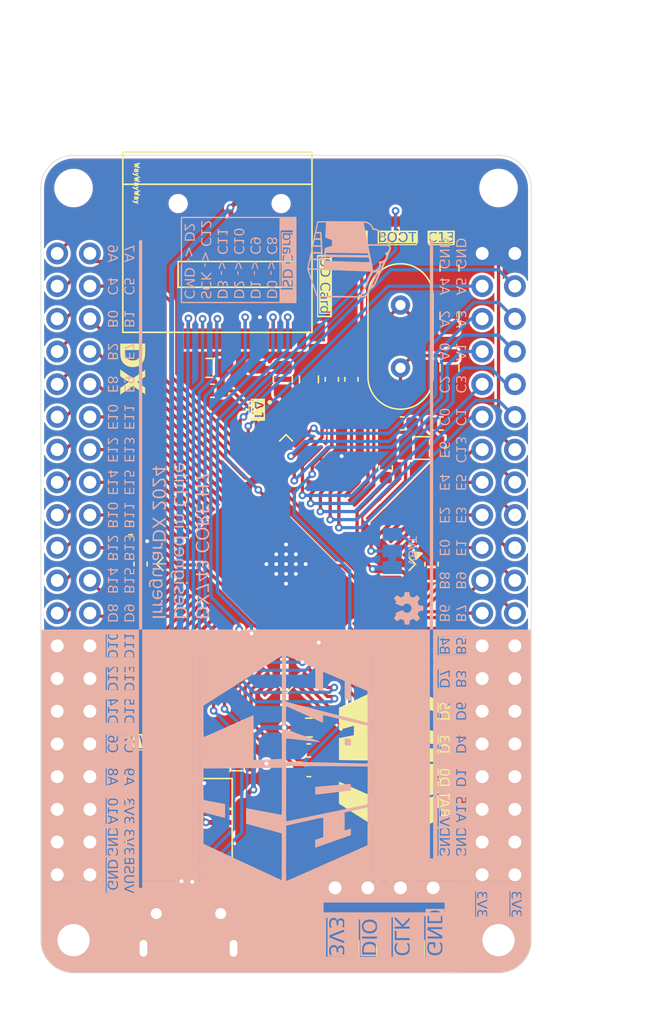
<source format=kicad_pcb>
(kicad_pcb (version 20240108) (generator "pcbnew") (generator_version "8.0")
  (layers (0 "F.Cu" signal) (31 "B.Cu" signal) (34 "B.Paste" user) (35 "F.Paste" user) (36 "B.SilkS" user "B.Silkscreen") (37 "F.SilkS" user "F.Silkscreen") (38 "B.Mask" user) (39 "F.Mask" user) (44 "Edge.Cuts" user))
  (net 0 "")
  (net 1 "GND")
  (net 2 "Net-(U1-PH0)")
  (net 3 "Net-(U1-PH1)")
  (net 4 "Net-(C3-Pad1)")
  (net 5 "/VDDA")
  (net 6 "Net-(U1-PC14)")
  (net 7 "Net-(U1-PC15)")
  (net 8 "+3.3V")
  (net 9 "/VUSB")
  (net 10 "/RESET")
  (net 11 "Net-(D1-A)")
  (net 12 "Net-(D2-A)")
  (net 13 "/D3")
  (net 14 "/B9")
  (net 15 "/E4")
  (net 16 "/B7")
  (net 17 "/D5")
  (net 18 "/D4")
  (net 19 "/B4")
  (net 20 "/B8")
  (net 21 "/C2")
  (net 22 "/A4")
  (net 23 "/A0")
  (net 24 "/VBAT")
  (net 25 "/D6")
  (net 26 "/C3")
  (net 27 "/A15")
  (net 28 "/D1")
  (net 29 "/E6")
  (net 30 "/D0")
  (net 31 "/E0")
  (net 32 "/B3")
  (net 33 "/C13_KEY")
  (net 34 "/A2")
  (net 35 "/C0")
  (net 36 "/A5")
  (net 37 "/D7")
  (net 38 "/A3")
  (net 39 "/B5")
  (net 40 "/E5")
  (net 41 "/E3")
  (net 42 "/C1")
  (net 43 "/B1")
  (net 44 "/A6")
  (net 45 "/E11")
  (net 46 "/E15")
  (net 47 "/E14")
  (net 48 "/A7")
  (net 49 "/B11")
  (net 50 "/C7")
  (net 51 "/B10")
  (net 52 "/E7")
  (net 53 "/D10")
  (net 54 "/E13")
  (net 55 "/A8")
  (net 56 "/D9")
  (net 57 "/B14")
  (net 58 "/B13")
  (net 59 "/E9")
  (net 60 "/E12")
  (net 61 "/E10")
  (net 62 "/B15")
  (net 63 "/D8")
  (net 64 "/A10")
  (net 65 "/C4")
  (net 66 "/C5")
  (net 67 "/B12")
  (net 68 "/A9")
  (net 69 "/B0")
  (net 70 "/D14")
  (net 71 "/D15")
  (net 72 "/E8")
  (net 73 "/C6")
  (net 74 "/A13_SWDIO")
  (net 75 "/A14_SWCLK")
  (net 76 "/A11_USB_D-")
  (net 78 "/A12_USB_D+")
  (net 79 "Net-(JP1-C)")
  (net 80 "/SD_D3")
  (net 81 "/SD_D2")
  (net 82 "/SD_CMD")
  (net 83 "/SD_D1")
  (net 85 "/SD_D0")
  (net 86 "/SD_SCK")
  (net 88 "/BOOT")
  (net 89 "Net-(C4-Pad1)")
  (net 90 "/A1_LED")
  (net 91 "/B6")
  (net 92 "/E2")
  (net 93 "/D12")
  (net 94 "/D13")
  (net 95 "/B2")
  (net 96 "/D11")
  (net 97 "/E1")
  (footprint "Capacitor_SMD:C_0805_2012Metric" (layer "F.Cu") (at 183.388 113.665)
    (property "Reference" "C16" (hide yes))
    (property "Value" "10Uf" (hide yes))
  )
  (footprint "Button_Switch_SMD:SW_Push_SPST_NO_Alps_SKRK" (layer "F.Cu") (at 186.69 72.263 -90)
    (property "Reference" "SW3" (hide yes))
    (property "Value" "RESET" (hide yes))
  )
  (footprint "Connector_PinHeader_2.54mm:PinHeader_1x04_P2.54mm_Horizontal" (layer "F.Cu") (at 193.04 126.111 -90)
    (property "Reference" "J1" (hide yes))
    (property "Value" "SWD")
  )
  (footprint "MountingHole:MountingHole_2.5mm" (layer "F.Cu") (at 165.1 130.175)
    (property "Reference" "REF**" (hide yes))
    (property "Value" "MountingHole_2.5mm" (hide yes))
  )
  (footprint "Capacitor_SMD:C_0603_1608Metric" (layer "F.Cu") (at 190.627 90.043 180)
    (property "Reference" "C8" (hide yes))
    (property "Value" "15Pf" (hide yes))
  )
  (footprint "LOGO" (layer "F.Cu") (at 190.5 116.205 -90)
    (property "Reference" "G***" (hide yes))
    (property "Value" "LOGO" (hide yes))
  )
  (footprint "Capacitor_SMD:C_0805_2012Metric" (layer "F.Cu") (at 183.388 86.614 90)
    (property "Reference" "C6" (hide yes))
    (property "Value" "10Uf" (hide yes))
  )
  (footprint "Crystal:Crystal_HC49-U_Vertical" (layer "F.Cu") (at 190.5 85.725 90)
    (property "Reference" "Y1" (hide yes))
    (property "Value" "HSE 25m" (hide yes))
  )
  (footprint "Capacitor_SMD:C_0603_1608Metric" (layer "F.Cu") (at 183.388 116.967)
    (property "Reference" "C4" (hide yes))
    (property "Value" "2.2Uf" (hide yes))
  )
  (footprint "Capacitor_SMD:C_0603_1608Metric" (layer "F.Cu") (at 186.69 86.614 90)
    (property "Reference" "C18" (hide yes))
    (property "Value" "0.1Uf" (hide yes))
  )
  (footprint "LED_SMD:LED_0805_2012Metric" (layer "F.Cu") (at 170.688 116.459)
    (property "Reference" "D2" (hide yes))
    (property "Value" "LED" (hide yes))
  )
  (footprint "Capacitor_SMD:C_0603_1608Metric" (layer "F.Cu") (at 185.166 86.614 90)
    (property "Reference" "C5" (hide yes))
    (property "Value" "0.1Uf" (hide yes))
  )
  (footprint "Resistor_SMD:R_0805_2012Metric" (layer "F.Cu") (at 181.356 86.614 90)
    (property "Reference" "R1" (hide yes))
    (property "Value" "1k" (hide yes))
  )
  (footprint "Button_Switch_SMD:SW_Push_SPST_NO_Alps_SKRK" (layer "F.Cu") (at 193.548 72.263 -90)
    (property "Reference" "SW1" (hide yes))
    (property "Value" "KEY" (hide yes))
  )
  (footprint "Capacitor_SMD:C_0805_2012Metric" (layer "F.Cu") (at 175.641 85.725 180)
    (property "Reference" "C17" (hide yes))
    (property "Value" "10Uf" (hide yes))
  )
  (footprint "MountingHole:MountingHole_2.5mm" (layer "F.Cu") (at 198.12 130.175)
    (property "Reference" "REF**" (hide yes))
    (property "Value" "MountingHole_2.5mm" (hide yes))
  )
  (footprint "Capacitor_SMD:C_0805_2012Metric" (layer "F.Cu") (at 194.31 81.661 -90)
    (property "Reference" "C2" (hide yes))
    (property "Value" "30Pf" (hide yes))
  )
  (footprint "Capacitor_SMD:C_0805_2012Metric" (layer "F.Cu") (at 169.926 119.187 90)
    (property "Reference" "C15" (hide yes))
    (property "Value" "10Uf" (hide yes))
  )
  (footprint "Capacitor_SMD:C_0603_1608Metric" (layer "F.Cu") (at 192.913 100.965 90)
    (property "Reference" "C9" (hide yes))
    (property "Value" "0.1Uf" (hide yes))
  )
  (footprint "Capacitor_SMD:C_0603_1608Metric" (layer "F.Cu") (at 193.675 90.043)
    (property "Reference" "C7" (hide yes))
    (property "Value" "15Pf" (hide yes))
  )
  (footprint "112J-TDAR-R01:112J-TDAR-R01" (layer "F.Cu") (at 181.226 72.96275 180)
    (property "Reference" "K1" (hide yes))
    (property "Value" "SD Card" (hide yes))
  )
  (footprint "LOGO" (layer "F.Cu") (at 168.275 128.143 -90)
    (property "Reference" "G***" (hide yes))
    (property "Value" "LOGO" (hide yes))
  )
  (footprint "Package_QFP:LQFP-100_14x14mm_P0.5mm" (layer "F.Cu") (at 181.61 100.965 -135)
    (property "Reference" "U1" (hide yes))
    (property "Value" "STM32H743VITx")
  )
  (footprint "Capacitor_SMD:C_0805_2012Metric" (layer "F.Cu") (at 169.926 122.743 90)
    (property "Reference" "C11" (hide yes))
    (property "Value" "10Uf" (hide yes))
  )
  (footprint "Capacitor_SMD:C_0603_1608Metric" (layer "F.Cu") (at 170.307 100.965 -90)
    (property "Reference" "C13" (hide yes))
    (property "Value" "0.1Uf" (hide yes))
  )
  (footprint "Resistor_SMD:R_0805_2012Metric" (layer "F.Cu") (at 194.31 77.978 -90)
    (property "Reference" "R4" (hide yes))
    (property "Value" "10k" (hide yes))
  )
  (footprint "Connector_USB:USB_Micro-B_Molex-105017-0001" (layer "F.Cu") (at 174.03 129.5725)
    (property "Reference" "J4" (hide yes))
    (property "Value" "USB_B_Micro")
  )
  (footprint "Resistor_SMD:R_0805_2012Metric" (layer "F.Cu") (at 174.244 116.459 180)
    (property "Reference" "R2" (hide yes))
    (property "Value" "1k" (hide yes))
  )
  (footprint "Connector_PinHeader_2.54mm:PinHeader_2x20_P2.54mm_Vertical" (layer "F.Cu") (at 166.37 125.095 180)
    (property "Reference" "J3" (hide yes))
    (property "Value" "Pins right" (hide yes))
  )
  (footprint "LED_SMD:LED_0805_2012Metric" (layer "F.Cu") (at 179.324 86.614 90)
    (property "Reference" "D1" (hide yes))
    (property "Value" "LED" (hide yes))
  )
  (footprint "Connector_PinHeader_2.54mm:PinHeader_2x20_P2.54mm_Vertical" (layer "F.Cu") (at 199.39 125.095 180)
    (property "Reference" "J2" (hide yes))
    (property "Value" "Pins left" (hide yes))
  )
  (footprint "Inductor_SMD:L_0805_2012Metric" (layer "F.Cu") (at 177.8 116.459)
    (property "Reference" "FB1" (hide yes))
    (property "Value" "1K 100M" (hide yes))
  )
  (footprint "MountingHole:MountingHole_2.5mm" (layer "F.Cu") (at 165.1 71.755)
    (property "Reference" "REF**" (hide yes))
    (property "Value" "MountingHole_2.5mm" (hide yes))
  )
  (footprint "Capacitor_SMD:C_0805_2012Metric" (layer "F.Cu") (at 194.31 85.725 90)
    (property "Reference" "C1" (hide yes))
    (property "Value" "30Pf" (hide yes))
  )
  (footprint "Button_Switch_SMD:SW_Push_SPST_NO_Alps_SKRK" (layer "F.Cu") (at 190.119 72.263 -90)
    (property "Reference" "SW2" (hide yes))
    (property "Value" "BOOT" (hide yes))
  )
  (footprint "Capacitor_SMD:C_0603_1608Metric" (layer "F.Cu") (at 183.375 115.443)
    (property "Reference" "C14" (hide yes))
    (property "Value" "0.1Uf" (hide yes))
  )
  (footprint "Package_TO_SOT_SMD:SOT-223-3_TabPin2" (layer "F.Cu") (at 175.514 121.031)
    (property "Reference" "U3" (hide yes))
    (property "Value" "AMS1117-3.3" (hide yes))
  )
  (footprint "Crystal:Crystal_SMD_3215-2Pin_3.2x1.5mm" (layer "F.Cu") (at 192.151 91.948 180)
    (property "Reference" "Y2" (hide yes))
    (property "Value" "LSE 32768" (hide yes))
  )
  (footprint "Capacitor_SMD:C_0603_1608Metric" (layer "F.Cu") (at 169.545 98.171 180)
    (property "Reference" "C3" (hide yes))
    (property "Value" "2.2Uf" (hide yes))
  )
  (footprint "Capacitor_SMD:C_0603_1608Metric" (layer "F.Cu") (at 189.357 93.472 90)
    (property "Reference" "C10" (hide yes))
    (property "Value" "0.1Uf" (hide yes))
  )
  (footprint "MountingHole:MountingHole_2.5mm" (layer "F.Cu") (at 198.12 71.755)
    (property "Reference" "REF**" (hide yes))
    (property "Value" "MountingHole_2.5mm" (hide yes))
  )
  (footprint "Capacitor_SMD:C_0603_1608Metric" (layer "F.Cu") (at 175.895 87.503 180)
    (property "Reference" "C12" (hide yes))
    (property "Value" "0.1Uf" (hide yes))
  )
  (footprint "Jumper:SolderJumper-3_P1.3mm_Bridged12_Pad1.0x1.5mm" (layer "B.Cu") (at 189.865 99.949 90)
    (property "Reference" "JP1" (hide yes))
    (property "Value" "jumper" (hide yes))
  )
  (footprint "LOGO" (layer "B.Cu") (at 181.61 116.84 90)
    (property "Reference" "G***" (hide yes))
    (property "Value" "LOGO" (hide yes))
  )
  (footprint "LOGO" (layer "B.Cu") (at 186.309 77.089 90)
    (property "Reference" "G***" (hide yes))
    (property "Value" "LOGO" (hide yes))
  )
  (footprint "LOGO" (layer "B.Cu") (at 191.135 104.394 90)
    (property "Reference" "G***" (hide yes))
    (property "Value" "LOGO" (hide yes))
  )
  (gr_rect (start 173.482 74.041) (end 182.372 80.645) (stroke (width 0.1)) (fill none) (layer "B.SilkS"))
  (gr_line (start 165.1 69.215) (end 198.12 69.215) (stroke (width 0.05)) (layer "Edge.Cuts"))
  (gr_line (start 162.56 130.175) (end 162.56 71.755) (stroke (width 0.05)) (layer "Edge.Cuts"))
  (gr_line (start 200.66 71.755) (end 200.66 130.175) (stroke (width 0.05)) (layer "Edge.Cuts"))
  (gr_arc (start 165.1 132.715) (mid 163.303949 131.971051) (end 162.56 130.175) (stroke (width 0.05)) (layer "Edge.Cuts"))
  (gr_arc (start 162.56 71.755) (mid 163.303949 69.958949) (end 165.1 69.215) (stroke (width 0.05)) (layer "Edge.Cuts"))
  (gr_arc (start 200.66 130.175) (mid 199.916051 131.971051) (end 198.12 132.715) (stroke (width 0.05)) (layer "Edge.Cuts"))
  (gr_arc (start 198.12 69.215) (mid 199.916051 69.958949) (end 200.66 71.755) (stroke (width 0.05)) (layer "Edge.Cuts"))
  (gr_line (start 198.12 132.715) (end 165.1 132.715) (stroke (width 0.05)) (layer "Edge.Cuts"))
  (gr_text "GND\nGND" (at 193.421 122.555 270) (layer "B.SilkS" knockout) (effects (font (size 0.762 0.762) (thickness 0.1)) (justify bottom mirror)))
  (gr_text "B11\nB10" (at 167.64 97.155 270) (layer "B.SilkS") (effects (font (size 0.762 0.762) (thickness 0.1)) (justify bottom mirror)))
  (gr_text "D6\nD5" (at 193.421 112.395 270) (layer "B.SilkS" knockout) (effects (font (size 0.762 0.762) (thickness 0.1)) (justify bottom mirror)))
  (gr_text "3V3" (at 184.785 131.445 270) (layer "B.SilkS" knockout) (effects (font (size 1.143 1.143) (thickness 0.1)) (justify left bottom mirror)))
  (gr_text "E3\nE2" (at 193.421 97.155 270) (layer "B.SilkS") (effects (font (size 0.762 0.762) (thickness 0.1)) (justify bottom mirror)))
  (gr_text "GND" (at 192.405 131.445 270) (layer "B.SilkS" knockout) (effects (font (size 1.143 1.143) (thickness 0.1)) (justify left bottom mirror)))
  (gr_text "A9\nA8" (at 167.64 117.475 270) (layer "B.SilkS" knockout) (effects (font (size 0.762 0.762) (thickness 0.1)) (justify bottom mirror)))
  (gr_text "A3\nA2" (at 193.421 81.915 270) (layer "B.SilkS") (effects (font (size 0.762 0.762) (thickness 0.1)) (justify bottom mirror)))
  (gr_text "D15\nD14" (at 167.64 112.395 270) (layer "B.SilkS" knockout) (effects (font (size 0.762 0.762) (thickness 0.1)) (justify bottom mirror)))
  (gr_text "E1\nE0" (at 193.421 99.695 270) (layer "B.SilkS") (effects (font (size 0.762 0.762) (thickness 0.1)) (justify bottom mirror)))
  (gr_text "3V3\nA10" (at 167.64 120.142 270) (layer "B.SilkS" knockout) (effects (font (size 0.762 0.762) (thickness 0.1)) (justify bottom mirror)))
  (gr_text "B13\nB12" (at 167.64 99.695 270) (layer "B.SilkS") (effects (font (size 0.762 0.762) (thickness 0.1)) (justify bottom mirror)))
  (gr_text "E15\nE14" (at 167.64 94.615 270) (layer "B.SilkS") (effects (font (size 0.762 0.762) (thickness 0.1)) (justify bottom mirror)))
  (gr_text "E13\nE12" (at 167.64 92.075 270) (layer "B.SilkS") (effects (font (size 0.762 0.762) (thickness 0.1)) (justify bottom mirror)))
  (gr_text "B5\nB4" (at 193.421 107.315 270) (layer "B.SilkS" knockout) (effects (font (size 0.762 0.762) (thickness 0.1)) (justify bottom mirror)))
  (gr_text "E5\nE4" (at 193.421 94.615 270) (layer "B.SilkS") (effects (font (size 0.762 0.762) (thickness 0.1)) (justify bottom mirror)))
  (gr_text "C5\nC4" (at 167.64 79.375 270) (layer "B.SilkS") (effects (font (size 0.762 0.762) (thickness 0.1)) (justify bottom mirror)))
  (gr_text "VUSB\nGND" (at 167.64 125.095 270) (layer "B.SilkS" knockout) (effects (font (size 0.762 0.762) (thickness 0.1)) (justify bottom mirror)))
  (gr_text "A1\nA0" (at 193.421 84.455 270) (layer "B.SilkS") (effects (font (size 0.762 0.762) (thickness 0.1)) (justify bottom mirror)))
  (gr_text "E11\nE10" (at 167.64 89.535 270) (layer "B.SilkS") (effects (font (size 0.762 0.762) (thickness 0.1)) (justify bottom mirror)))
  (gr_text "E9\nE8" (at 167.64 86.995 270) (layer "B.SilkS") (effects (font (size 0.762 0.762) (thickness 0.1)) (justify bottom mirror)))
  (gr_text "D1\nD0" (at 193.421 117.5512 270) (layer "B.SilkS" knockout) (effects (font (size 0.762 0.762) (thickness 0.1)) (justify bottom mirror)))
  (gr_text "C3\nC2" (at 193.421 86.995 270) (layer "B.SilkS") (effects (font (size 0.762 0.762) (thickness 0.1)) (justify bottom mirror)))
  (gr_text "A15\nVBAT" (at 193.421 119.9896 270) (layer "B.SilkS" knockout) (effects (font (size 0.762 0.762) (thickness 0.1)) (justify bottom mirror)))
  (gr_text "C1\nC0" (at 193.421 89.535 270) (layer "B.SilkS") (effects (font (size 0.762 0.762) (thickness 0.1)) (justify bottom mirror)))
  (gr_text "CLK" (at 189.865 131.445 270) (layer "B.SilkS" knockout) (effects (font (size 1.143 1.143) (thickness 0.1)) (justify left bottom mirror)))
  (gr_text "D11\nD10" (at 167.64 107.315 270) (layer "B.SilkS" knockout) (effects (font (size 0.762 0.762) (thickness 0.1)) (justify bottom mirror)))
  (gr_text "E7\nB2" (at 167.64 84.455 270) (layer "B.SilkS") (effects (font (size 0.762 0.762) (thickness 0.1)) (justify bottom mirror)))
  (gr_text "B1\nB0" (at 167.64 81.915 270) (layer "B.SilkS") (effects (font (size 0.762 0.762) (thickness 0.1)) (justify bottom mirror)))
  (gr_text "DIO" (at 187.325 131.445 270) (layer "B.SilkS" knockout) (effects (font (size 1.143 1.143) (thickness 0.1)) (justify left bottom mirror)))
  (gr_text "DX743 CORE H7\nDesigned in Chile\nIrregularDX 2024" (at 171.069 105.283 -90) (layer "B.SilkS") (effects (font (size 1 1) (thickness 0.1)) (justify left bottom mirror)))
  (gr_text "A7\nA6" (at 167.64 76.835 270) (layer "B.SilkS") (effects (font (size 0.762 0.762) (thickness 0.1)) (justify bottom mirror)))
  (gr_text "D0 -> C8\nD1 -> C9\nD2 -> C10\nD3 -> C11\nSCK -> C12\nCMD -> D2" (at 173.609 80.391 270) (layer "B.SilkS") (effects (font (size 0.762 0.762) (thickness 0.1)) (justify left bottom mirror)))
  (gr_text "GND\nGND" (at 193.421 76.835 270) (layer "B.SilkS") (effects (font (size 0.762 0.762) (thickness 0.1)) (justify bottom mirror)))
  (gr_text "VBAT" (at 191.008 101.092 270) (layer "B.SilkS") (effects (font (size 0.635 0.635) (thickness 0.1)) (justify left bottom mirror)))
  (gr_text "3V3" (at 196.342 127.381 -90) (layer "B.SilkS" knockout) (effects (font (size 0.762 0.762) (thickness 0.1)) (justify bottom mirror)))
  (gr_text "SD Card" (at 181.229 77.343 270) (layer "B.SilkS" knockout) (effects (font (size 0.762 0.762) (thickness 0.1)) (justify bottom mirror)))
  (gr_text "3V3" (at 199.009 127.381 -90) (layer "B.SilkS" knockout) (effects (font (size 0.762 0.762) (thickness 0.1)) (justify bottom mirror)))
  (gr_text "D13\nD12" (at 167.64 109.855 270) (layer "B.SilkS" knockout) (effects (font (size 0.762 0.762) (thickness 0.1)) (justify bottom mirror)))
  (gr_text "D9\nD8" (at 167.64 104.775 270) (layer "B.SilkS") (effects (font (size 0.762 0.762) (thickness 0.1)) (justify bottom mirror)))
  (gr_text "C13\nE6" (at 193.421 92.075 270) (layer "B.SilkS") (effects (font (size 0.762 0.762) (thickness 0.1)) (justify bottom mirror)))
  (gr_text "B9\nB8" (at 193.421 102.235 270) (layer "B.SilkS") (effects (font (size 0.762 0.762) (thickness 0.1)) (justify bottom mirror)))
  (gr_text "C7\nC6" (at 167.64 114.935 270) (layer "B.SilkS" knockout) (effects (font (size 0.762 0.762) (thickness 0.1)) (justify bottom mirror)))
  (gr_text "B15\nB14" (at 167.64 102.235 270) (layer "B.SilkS") (effects (font (size 0.762 0.762) (thickness 0.1)) (justify bottom mirror)))
  (gr_text "3V3\nGND" (at 167.64 122.555 270) (layer "B.SilkS" knockout) (effects (font (size 0.762 0.762) (thickness 0.1)) (justify bottom mirror)))
  (gr_text "D4\nD3" (at 193.421 114.9604 270) (layer "B.SilkS" knockout) (effects (font (size 0.762 0.762) (thickness 0.1)) (justify bottom mirror)))
  (gr_text "A5\nA4" (at 193.421 79.375 270) (layer "B.SilkS") (effects (font (size 0.762 0.762) (thickness 0.1)) (justify bottom mirror)))
  (gr_text "B3\nD7" (at 193.421 109.8804 270) (layer "B.SilkS" knockout) (effects (font (size 0.762 0.762) (thickness 0.1)) (justify bottom mirror)))
  (gr_text "B7\nB6" (at 193.421 104.775 270) (layer "B.SilkS") (effects (font (size 0.762 0.762) (thickness 0.1)) (justify bottom mirror)))
  (gr_text "PWR" (at 169.418 115.316 0) (layer "F.SilkS" knockout) (effects (font (size 0.889 0.889) (thickness 0.142875)) (justify left bottom)))
  (gr_text "GND" (at 193.929 130.302 270) (layer "F.SilkS" knockout) (effects (font (size 0.762 0.762) (thickness 0.142875)) (justify left bottom)))
  (gr_text "A1" (at 178.816 89.027 270) (layer "F.SilkS" knockout) (effects (font (size 0.889 0.889) (thickness 0.142875)) (justify bottom)))
  (gr_text "BOOT" (at 190.246 76.073 0) (layer "F.SilkS" knockout) (effects (font (size 0.762 0.762) (thickness 0.142875)) (justify bottom)))
  (gr_text "DIO" (at 188.722 130.302 270) (layer "F.SilkS" knockout) (effects (font (size 0.762 0.762) (thickness 0.142875)) (justify left bottom)))
  (gr_text "WayWayWay" (at 169.799 69.723 -90) (layer "F.SilkS") (effects (font (size 0.381 0.381) (thickness 0.09525) (bold yes)) (justify left bottom)))
  (gr_text "RST" (at 186.69 76.073 0) (layer "F.SilkS" knockout) (effects (font (size 0.762 0.762) (thickness 0.142875)) (justify bottom)))
  (gr_text "USB" (at 178.562 128.27 270) (layer "F.SilkS" knockout) (effects (font (size 1.524 1.524) (thickness 0.142875)) (justify left bottom)))
  (gr_text "C13" (at 193.675 76.073 0) (layer "F.SilkS" knockout) (effects (font (size 0.762 0.762) (thickness 0.142875)) (justify bottom)))
  (gr_text "CLK" (at 191.389 130.302 270) (layer "F.SilkS" knockout) (effects (font (size 0.762 0.762) (thickness 0.142875)) (justify left bottom)))
  (gr_text "3V3" (at 186.309 130.302 270) (layer "F.SilkS" knockout) (effects (font (size 0.762 0.762) (thickness 0.142875)) (justify left bottom)))
  (gr_text "SD Card" (at 184.15 79.375 270) (layer "F.SilkS" knockout) (effects (font (size 0.762 0.762) (thickness 0.142875)) (justify bottom)))
  (gr_text "DX" (at 168.402 85.725 -90) (layer "F.SilkS") (effects (font (size 1.905 1.905) (thickness 0.254) (bold yes) (italic yes)) (justify bottom)))
  (via (at 180.848 100.203) (size 0.6) (drill 0.3) (layers "F.Cu" "B.Cu") (net 1))
  (via (at 180.848 101.727) (size 0.6) (drill 0.3) (layers "F.Cu" "B.Cu") (net 1))
  (via (at 185.928 92.583) (size 0.6) (drill 0.3) (layers "F.Cu" "B.Cu") (net 1))
  (via (at 181.61 100.965) (size 0.6) (drill 0.3) (layers "F.Cu" "B.Cu") (net 1))
  (via (at 182.372 100.965) (size 0.6) (drill 0.3) (layers "F.Cu" "B.Cu") (net 1))
  (via (at 182.372 100.203) (size 0.6) (drill 0.3) (layers "F.Cu" "B.Cu") (net 1))
  (via (at 180.848 100.965) (size 0.6) (drill 0.3) (layers "F.Cu" "B.Cu") (net 1))
  (via (at 175.26 117.983) (size 0.6) (drill 0.3) (layers "F.Cu" "B.Cu") (net 1))
  (via (at 182.372 101.727) (size 0.6) (drill 0.3) (layers "F.Cu" "B.Cu") (net 1))
  (via (at 181.61 102.489) (size 0.6) (drill 0.3) (layers "F.Cu" "B.Cu") (net 1))
  (via (at 181.61 100.203) (size 0.6) (drill 0.3) (layers "F.Cu" "B.Cu") (net 1))
  (via (at 183.134 100.965) (size 0.6) (drill 0.3) (layers "F.Cu" "B.Cu") (net 1))
  (via (at 180.086 100.965) (size 0.6) (drill 0.3) (layers "F.Cu" "B.Cu") (net 1))
  (via (at 179.578 81.788) (size 0.6) (drill 0.3) (layers "F.Cu" "B.Cu") (net 1))
  (via (at 170.815 99.187) (size 0.6) (drill 0.3) (layers "F.Cu" "B.Cu") (net 1))
  (via (at 181.61 101.727) (size 0.6) (drill 0.3) (layers "F.Cu" "B.Cu") (net 1))
  (via (at 181.61 99.441) (size 0.6) (drill 0.3) (layers "F.Cu" "B.Cu") (net 1))
  (segment (start 190.5 85.725) (end 191.45 84.775) (width 0.254) (layer "F.Cu") (net 2))
  (segment (start 188.428 89.067) (end 188.428 94.854107) (width 0.254) (layer "F.Cu") (net 2))
  (segment (start 190.5 86.995) (end 188.428 89.067) (width 0.254) (layer "F.Cu") (net 2))
  (segment (start 187.390598 95.891509) (end 188.428 94.854107) (width 0.254) (layer "F.Cu") (net 2))
  (segment (start 190.5 86.143) (end 190.5 86.995) (width 0.254) (layer "F.Cu") (net 2))
  (segment (start 191.45 84.775) (end 194.31 84.775) (width 0.254) (layer "F.Cu") (net 2))
  (segment (start 190.5 80.845) (end 188.849 82.496) (width 0.254) (layer "F.Cu") (net 3))
  (segment (start 187.974 88.878948) (end 187.974 94.601) (width 0.254) (layer "F.Cu") (net 3))
  (segment (start 192.266 82.611) (end 194.31 82.611) (width 0.254) (layer "F.Cu") (net 3))
  (segment (start 188.849 82.496) (end 188.849 88.003948) (width 0.254) (layer "F.Cu") (net 3))
  (segment (start 188.849 88.003948) (end 187.974 88.878948) (width 0.254) (layer "F.Cu") (net 3))
  (segment (start 187.974 94.601) (end 187.037045 95.537955) (width 0.254) (layer "F.Cu") (net 3))
  (segment (start 190.5 80.845) (end 192.266 82.611) (width 0.254) (layer "F.Cu") (net 3))
  (segment (start 171.744933 98.171) (end 170.32 98.171) (width 0.254) (layer "F.Cu") (net 4))
  (segment (start 172.647422 99.073489) (end 171.744933 98.171) (width 0.254) (layer "F.Cu") (net 4))
  (segment (start 184.562171 93.063082) (end 184.209089 92.71) (width 0.254) (layer "F.Cu") (net 5))
  (segment (start 183.448999 87.503) (end 185.166 87.503) (width 0.254) (layer "F.Cu") (net 5))
  (segment (start 185.166 91.752145) (end 185.166 87.389) (width 0.254) (layer "F.Cu") (net 5))
  (segment (start 180.086 116.459) (end 178.8625 116.459) (width 0.254) (layer "F.Cu") (net 5))
  (segment (start 184.209089 92.71) (end 184.208617 92.709528) (width 0.254) (layer "F.Cu") (net 5))
  (segment (start 183.642 93.277089) (end 184.209089 92.71) (width 0.254) (layer "F.Cu") (net 5))
  (segment (start 183.642 93.98) (end 183.642 93.277089) (width 0.254) (layer "F.Cu") (net 5))
  (segment (start 183.388 87.563999) (end 183.448999 87.503) (width 0.254) (layer "F.Cu") (net 5))
  (segment (start 184.208617 92.709528) (end 185.166 91.752145) (width 0.254) (layer "F.Cu") (net 5))
  (via (at 183.642 93.98) (size 0.6) (drill 0.3) (layers "F.Cu" "B.Cu") (net 5))
  (via (at 180.086 116.459) (size 0.6) (drill 0.3) (layers "F.Cu" "B.Cu") (net 5))
  (segment (start 186.563 101.473) (end 182.253 97.163) (width 0.254) (layer "B.Cu") (net 5))
  (segment (start 182.253 95.369) (end 183.642 93.98) (width 0.254) (layer "B.Cu") (net 5))
  (segment (start 182.88 116.459) (end 186.563 112.776) (width 0.254) (layer "B.Cu") (net 5))
  (segment (start 180.086 116.459) (end 182.88 116.459) (width 0.254) (layer "B.Cu") (net 5))
  (segment (start 186.563 112.776) (end 186.563 101.473) (width 0.254) (layer "B.Cu") (net 5))
  (segment (start 182.253 97.163) (end 182.253 95.369) (width 0.254) (layer "B.Cu") (net 5))
  (segment (start 193.400999 92.709534) (end 188.804811 97.305722) (width 0.254) (layer "F.Cu") (net 6))
  (segment (start 192.773 90.551) (end 193.400999 91.178999) (width 0.254) (layer "F.Cu") (net 6))
  (segment (start 193.400999 91.178999) (end 193.400999 92.709534) (width 0.254) (layer "F.Cu") (net 6))
  (segment (start 190.901001 91.178999) (end 190.901001 94.502426) (width 0.254) (layer "F.Cu") (net 7))
  (segment (start 191.529 90.551) (end 190.901001 91.178999) (width 0.254) (layer "F.Cu") (net 7))
  (segment (start 190.901001 94.502426) (end 188.451258 96.952169) (width 0.254) (layer "F.Cu") (net 7))
  (segment (start 187.744151 96.245062) (end 187.12855 96.860663) (width 0.254) (layer "F.Cu") (net 8))
  (segment (start 176.7375 116.459) (end 175.1565 116.459) (width 0.381) (layer "F.Cu") (net 8))
  (segment (start 191.689089 101.74) (end 191.308324 102.120765) (width 0.381) (layer "F.Cu") (net 8))
  (segment (start 188.528802 101.533802) (end 190.664083 101.533802) (width 0.254) (layer "F.Cu") (net 8))
  (segment (start 189.357 94.632213) (end 187.744151 96.245062) (width 0.254) (layer "F.Cu") (net 8))
  (segment (start 171.530911 100.19) (end 170.307 100.19) (width 0.254) (layer "F.Cu") (net 8))
  (segment (start 179.197 71.374) (end 189.484 71.374) (width 0.381) (layer "F.Cu") (net 8))
  (segment (start 181.483 109.728) (end 181.483 109.855) (width 0.254) (layer "F.Cu") (net 8))
  (segment (start 177.326 83.46275) (end 177.326 85.471) (width 0.381) (layer "F.Cu") (net 8))
  (segment (start 181.102 92.678825) (end 179.298 90.874825) (width 0.254) (layer "F.Cu") (net 8))
  (segment (start 179.298 89.382) (end 177.419 87.503) (width 0.254) (layer "F.Cu") (net 8))
  (segment (start 178.664 121.031) (end 183.007 121.031) (width 0.381) (layer "F.Cu") (net 8))
  (segment (start 185.42 126.111) (end 187.198 127.889) (width 0.381) (layer "F.Cu") (net 8))
  (segment (start 175.072198 101.031198) (end 173.190917 101.031198) (width 0.254) (layer "F.Cu") (net 8))
  (segment (start 168.788 120.137) (end 167.64 121.285) (width 0.381) (layer "F.Cu") (net 8))
  (segment (start 179.298 90.874825) (end 179.298 89.382) (width 0.254) (layer "F.Cu") (net 8))
  (segment (start 178.664 121.031) (end 175.387 121.031) (width 0.381) (layer "F.Cu") (net 8))
  (segment (start 177.292 73.279) (end 179.197 71.374) (width 0.381) (layer "F.Cu") (net 8))
  (segment (start 182.105 113.665) (end 182.245 113.525) (width 0.254) (layer "F.Cu") (net 8))
  (segment (start 177.326 73.313) (end 177.326 83.46275) (width 0.381) (layer "F.Cu") (net 8))
  (segment (start 192.913 101.74) (end 191.689089 101.74) (width 0.381) (layer "F.Cu") (net 8))
  (segment (start 166.37 120.015) (end 166.37 121.285) (width 0.381) (layer "F.Cu") (net 8))
  (segment (start 190.664083 101.533802) (end 191.279685 102.149404) (width 0.254) (layer "F.Cu") (net 8))
  (segment (start 187.12855 100.13355) (end 186.23955 100.13355) (width 0.254) (layer "F.Cu") (net 8))
  (segment (start 190.119 70.739) (end 190.119 70.163) (width 0.381) (layer "F.Cu") (net 8))
  (segment (start 175.387 121.031) (end 172.364 121.031) (width 0.381) (layer "F.Cu") (net 8))
  (segment (start 182.6 113.827) (end 182.438 113.665) (width 0.381) (layer "F.Cu") (net 8))
  (segment (start 166.37 121.285) (end 166.37 122.555) (width 0.381) (layer "F.Cu") (net 8))
  (segment (start 187.198 127.889) (end 194.691 127.889) (width 0.381) (layer "F.Cu") (net 8))
  (segment (start 171.940315 99.780596) (end 171.530911 100.19) (width 0.254) (layer "F.Cu") (net 8))
  (segment (start 185.42 123.444) (end 185.42 126.111) (width 0.381) (layer "F.Cu") (net 8))
  (segment (start 171.831 121.031) (end 170.937 120.137) (width 0.381) (layer "F.Cu") (net 8))
  (segment (start 176.657 85.725) (end 176.657 87.389) (width 0.381) (layer "F.Cu") (net 8))
  (segment (start 183.007 121.031) (end 185.42 123.444) (width 0.381) (layer "F.Cu") (net 8))
  (segment (start 176.784 120.269) (end 178.664 120.269) (width 0.381) (layer "F.Cu") (net 8))
  (segment (start 181.483 107.442) (end 175.072198 101.031198) (width 0.254) (layer "F.Cu") (net 8))
  (segment (start 181.483 109.855) (end 181.205281 109.855) (width 0.254) (layer "F.Cu") (net 8))
  (segment (start 177.326 85.471) (end 177.072 85.725) (width 0.381) (layer "F.Cu") (net 8))
  (segment (start 176.657 87.389) (end 176.543 87.503) (width 0.381) (layer "F.Cu") (net 8))
  (segment (start 177.419 87.503) (end 176.543 87.503) (width 0.254) (layer "F.Cu") (net 8))
  (segment (start 176.7375 120.2225) (end 176.784 120.269) (width 0.381) (layer "F.Cu") (net 8))
  (segment (start 188.341 101.346) (end 188.528802 101.533802) (width 0.254) (layer "F.Cu") (net 8))
  (segment (start 187.12855 96.860663) (end 187.12855 100.13355) (width 0.254) (layer "F.Cu") (net 8))
  (segment (start 189.484 71.374) (end 190.119 70.739) (width 0.381) (layer "F.Cu") (net 8))
  (segment (start 181.205281 109.855) (end 180.425596 110.634685) (width 0.254) (layer "F.Cu") (net 8))
  (segment (start 178.664 118.77) (end 178.664 120.269) (width 0.381) (layer "F.Cu") (net 8))
  (segment (start 170.937 120.137) (end 169.926 120.137) (width 0.381) (layer "F.Cu") (net 8))
  (segment (start 177.292 73.279) (end 177.326 73.313) (width 0.381) (layer "F.Cu") (net 8))
  (segment (start 172.364 121.031) (end 171.831 121.031) (width 0.381) (layer "F.Cu") (net 8))
  (segment (start 194.691 127.889) (end 196.85 125.73) (width 0.381) (layer "F.Cu") (net 8))
  (segment (start 176.7375 116.459) (end 176.7375 120.2225) (width 0.381) (layer "F.Cu") (net 8))
  (segment (start 181.102 94.996) (end 181.102 92.678825) (width 0.254) (layer "F.Cu") (net 8))
  (segment (start 181.483 113.665) (end 181.483 107.442) (width 0.254) (layer "F.Cu") (net 8))
  (segment (start 189.357 94.247) (end 189.357 94.632213) (width 0.254) (layer "F.Cu") (net 8))
  (segment (start 187.12855 100.13355) (end 188.341 101.346) (width 0.254) (layer "F.Cu") (net 8))
  (segment (start 193.802 70.163) (end 190.119 70.163) (width 0.381) (layer "F.Cu") (net 8))
  (segment (start 182.6 115.443) (end 182.6 113.827) (width 0.381) (layer "F.Cu") (net 8))
  (segment (start 179.079144 118.491) (end 178.943 118.491) (width 0.381) (layer "F.Cu") (net 8))
  (segment (start 167.64 121.285) (end 166.37 121.285) (width 0.381) (layer "F.Cu") (net 8))
  (segment (start 186.23955 100.13355) (end 181.102 94.996) (width 0.254) (layer "F.Cu") (net 8))
  (segment (start 177.072 85.725) (end 176.657 85.725) (width 0.381) (layer "F.Cu") (net 8))
  (segment (start 169.926 120.137) (end 168.788 120.137) (width 0.381) (layer "F.Cu") (net 8))
  (segment (start 173.190917 101.031198) (end 171.940315 99.780596) (width 0.254) (layer "F.Cu") (net 8))
  (segment (start 181.483 113.665) (end 182.105 113.665) (width 0.254) (layer "F.Cu") (net 8))
  (segment (start 178.943 118.491) (end 178.664 118.77) (width 0.381) (layer "F.Cu") (net 8))
  (via (at 177.292 73.279) (size 0.6) (drill 0.3) (layers "F.Cu" "B.Cu") (net 8))
  (via (at 181.483 113.665) (size 0.6) (drill 0.3) (layers "F.Cu" "B.Cu") (net 8))
  (via (at 188.341 101.346) (size 0.6) (drill 0.3) (layers "F.Cu" "B.Cu") (net 8))
  (via (at 175.387 121.031) (size 0.6) (drill 0.3) (layers "F.Cu" "B.Cu") (net 8))
  (via (at 179.079144 118.491) (size 0.6) (drill 0.3) (layers "F.Cu" "B.Cu") (net 8))
  (segment (start 179.079144 118.491) (end 179.079144 114.417856) (width 0.381) (layer "B.Cu") (net 8))
  (segment (start 179.832 113.665) (end 181.483 113.665) (width 0.381) (layer "B.Cu") (net 8))
  (segment (start 175.387 121.031) (end 172.72 118.364) (width 0.381) (layer "B.Cu") (net 8))
  (segment (start 172.72 77.851) (end 177.292 73.279) (width 0.381) (layer "B.Cu") (net 8))
  (segment (start 172.72 118.364) (end 172.72 77.851) (width 0.381) (layer "B.Cu") (net 8))
  (segment (start 188.341 101.346) (end 188.438 101.249) (width 0.381) (layer "B.Cu") (net 8))
  (segment (start 199.39 125.73) (end 196.85 125.73) (width 0.381) (layer "B.Cu") (net 8))
  (segment (start 188.438 101.249) (end 189.865 101.249) (width 0.381) (layer "B.Cu") (net 8))
  (segment (start 179.079144 114.417856) (end 179.832 113.665) (width 0.381) (layer "B.Cu") (net 8))
  (segment (start 172.73 125.486) (end 172.73 128.11) (width 0.381) (layer "F.Cu") (net 9))
  (segment (start 172.364 124.562) (end 172.364 123.331) (width 0.508) (layer "F.Cu") (net 9))
  (segment (start 171.831 125.095) (end 172.364 124.562) (width 0.508) (layer "F.Cu") (net 9))
  (segment (start 169.926 125.095) (end 169.926 123.693) (width 0.508) (layer "F.Cu") (net 9))
  (segment (start 172.1485 124.9045) (end 172.73 125.486) (width 0.381) (layer "F.Cu") (net 9))
  (segment (start 169.926 125.095) (end 166.375 125.095) (width 0.508) (layer "F.Cu") (net 9))
  (segment (start 169.926 125.095) (end 171.831 125.095) (width 0.508) (layer "F.Cu") (net 9))
  (segment (start 172.0215 124.9045) (end 172.1485 124.9045) (width 0.381) (layer "F.Cu") (net 9))
  (segment (start 186.69 92.977712) (end 186.69 87.389) (width 0.254) (layer "F.Cu") (net 10))
  (segment (start 187.492 86.587) (end 187.492 76.922) (width 0.254) (layer "F.Cu") (net 10))
  (segment (start 186.683491 95.184402) (end 187.299093 94.5688) (width 0.254) (layer "F.Cu") (net 10))
  (segment (start 187.492 76.922) (end 186.69 76.12) (width 0.254) (layer "F.Cu") (net 10))
  (segment (start 187.299093 93.586805) (end 186.69 92.977712) (width 0.254) (layer "F.Cu") (net 10))
  (segment (start 186.69 76.12) (end 186.69 74.363) (width 0.254) (layer "F.Cu") (net 10))
  (segment (start 186.69 87.389) (end 187.492 86.587) (width 0.254) (layer "F.Cu") (net 10))
  (segment (start 187.299093 94.5688) (end 187.299093 93.586805) (width 0.254) (layer "F.Cu") (net 10))
  (segment (start 181.356 85.7015) (end 179.349 85.7015) (width 0.254) (layer "F.Cu") (net 11))
  (segment (start 179.349 85.7015) (end 179.324 85.6765) (width 0.254) (layer "F.Cu") (net 11))
  (segment (start 171.6255 116.459) (end 173.3315 116.459) (width 0.254) (layer "F.Cu") (net 12))
  (segment (start 192.751573 114.935) (end 185.622831 107.806258) (width 0.254) (layer "F.Cu") (net 13))
  (segment (start 196.85 114.935) (end 192.751573 114.935) (width 0.254) (layer "F.Cu") (net 13))
  (segment (start 199.39 102.235) (end 198.12 100.965) (width 0.254) (layer "F.Cu") (net 14))
  (segment (start 193.275 104.667) (end 190.968855 104.667) (width 0.254) (layer "F.Cu") (net 14))
  (segment (start 190.968855 104.667) (end 189.865472 103.563617) (width 0.254) (layer "F.Cu") (net 14))
  (segment (start 195.326 102.616) (end 193.275 104.667) (width 0.254) (layer "F.Cu") (net 14))
  (segment (start 198.12 100.965) (end 196.088 100.965) (width 0.254) (layer "F.Cu") (net 14))
  (segment (start 196.088 100.965) (end 195.326 101.727) (width 0.254) (layer "F.Cu") (net 14))
  (segment (start 195.326 101.727) (end 195.326 102.616) (width 0.254) (layer "F.Cu") (net 14))
  (segment (start 190.572578 99.073489) (end 195.031067 94.615) (width 0.254) (layer "F.Cu") (net 15))
  (segment (start 195.031067 94.615) (end 196.85 94.615) (width 0.254) (layer "F.Cu") (net 15))
  (segment (start 190.136533 105.956) (end 193.79221 105.956) (width 0.254) (layer "F.Cu") (net 16))
  (segment (start 188.804811 104.624278) (end 190.136533 105.956) (width 0.254) (layer "F.Cu") (net 16))
  (segment (start 196.229105 103.519105) (end 198.134105 103.519105) (width 0.254) (layer "F.Cu") (net 16))
  (segment (start 198.134105 103.519105) (end 199.39 104.775) (width 0.254) (layer "F.Cu") (net 16))
  (segment (start 193.79221 105.956) (end 196.229105 103.519105) (width 0.254) (layer "F.Cu") (net 16))
  (segment (start 191.643 112.395) (end 186.347151 107.099151) (width 0.254) (layer "F.Cu") (net 17))
  (segment (start 186.347151 107.099151) (end 186.329938 107.099151) (width 0.254) (layer "F.Cu") (net 17))
  (segment (start 196.85 112.395) (end 191.643 112.395) (width 0.254) (layer "F.Cu") (net 17))
  (segment (start 192.188679 113.665) (end 198.12 113.665) (width 0.254) (layer "F.Cu") (net 18))
  (segment (start 198.12 113.665) (end 199.39 114.935) (width 0.254) (layer "F.Cu") (net 18))
  (segment (start 185.976384 107.452705) (end 192.188679 113.665) (width 0.254) (layer "F.Cu") (net 18))
  (segment (start 196.85 107.315) (end 196.847 107.318) (width 0.254) (layer "F.Cu") (net 19))
  (segment (start 189.377213 107.318) (end 187.744151 105.684938) (width 0.254) (layer "F.Cu") (net 19))
  (segment (start 196.847 107.318) (end 189.377213 107.318) (width 0.254) (layer "F.Cu") (net 19))
  (segment (start 190.715747 105.121) (end 193.964 105.121) (width 0.254) (layer "F.Cu") (net 20))
  (segment (start 189.511918 103.917171) (end 190.715747 105.121) (width 0.254) (layer "F.Cu") (net 20))
  (segment (start 193.964 105.121) (end 196.85 102.235) (width 0.254) (layer "F.Cu") (net 20))
  (segment (start 184.277 95.469573) (end 185.622831 94.123742) (width 0.254) (layer "F.Cu") (net 21))
  (segment (start 184.277 96.885) (end 184.277 95.469573) (width 0.254) (layer "F.Cu") (net 21))
  (via (at 184.277 96.885) (size 0.6) (drill 0.3) (layers "F.Cu" "B.Cu") (net 21))
  (segment (start 186.96 96.885) (end 196.85 86.995) (width 0.254) (layer "B.Cu") (net 21))
  (segment (start 184.277 96.885) (end 186.96 96.885) (width 0.254) (layer "B.Cu") (net 21))
  (segment (start 178.671488 90.955421) (end 179.718489 92.002422) (width 0.254) (layer "F.Cu") (net 22))
  (segment (start 178.671488 90.247658) (end 178.671488 90.955421) (width 0.254) (layer "F.Cu") (net 22))
  (via (at 178.671488 90.247658) (size 0.6) (drill 0.3) (layers "F.Cu" "B.Cu") (net 22))
  (segment (start 189.544146 79.375) (end 196.85 79.375) (width 0.254) (layer "B.Cu") (net 22))
  (segment (start 178.671488 90.247658) (end 189.544146 79.375) (width 0.254) (layer "B.Cu") (net 22))
  (segment (start 182.88 95.631) (end 182.88 93.331039) (width 0.254) (layer "F.Cu") (net 23))
  (segment (start 182.88 93.331039) (end 183.855064 92.355975) (width 0.254) (layer "F.Cu") (net 23))
  (via (at 182.88 95.631) (size 0.6) (drill 0.3) (layers "F.Cu" "B.Cu") (net 23))
  (segment (start 195.199 84.455) (end 196.85 84.455) (width 0.254) (layer "B.Cu") (net 23))
  (segment (start 186.711156 95.631) (end 194.148 88.194156) (width 0.254) (layer "B.Cu") (net 23))
  (segment (start 194.148 88.194156) (end 194.148 85.506) (width 0.254) (layer "B.Cu") (net 23))
  (segment (start 194.148 85.506) (end 195.199 84.455) (width 0.254) (layer "B.Cu") (net 23))
  (segment (start 182.88 95.631) (end 186.711156 95.631) (width 0.254) (layer "B.Cu") (net 23))
  (segment (start 190.022 98.806) (end 190.748 98.806) (width 0.254) (layer "B.Cu") (net 24))
  (segment (start 189.865 98.649) (end 190.022 98.806) (width 0.254) (layer "B.Cu") (net 24))
  (segment (start 192.907 100.965) (end 192.907 116.707) (width 0.254) (layer "B.Cu") (net 24))
  (segment (start 192.907 116.707) (end 196.85 120.65) (width 0.254) (layer "B.Cu") (net 24))
  (segment (start 190.748 98.806) (end 192.907 100.965) (width 0.254) (layer "B.Cu") (net 24))
  (segment (start 191.062893 111.125) (end 198.12 111.125) (width 0.254) (layer "F.Cu") (net 25))
  (segment (start 186.683491 106.745598) (end 191.062893 111.125) (width 0.254) (layer "F.Cu") (net 25))
  (segment (start 198.12 111.125) (end 199.39 112.395) (width 0.254) (layer "F.Cu") (net 25))
  (segment (start 183.515 95.524467) (end 185.269278 93.770189) (width 0.254) (layer "F.Cu") (net 26))
  (segment (start 183.515 96.258) (end 183.515 95.524467) (width 0.254) (layer "F.Cu") (net 26))
  (via (at 183.515 96.258) (size 0.6) (drill 0.3) (layers "F.Cu" "B.Cu") (net 26))
  (segment (start 183.515 96.258) (end 186.726208 96.258) (width 0.254) (layer "B.Cu") (net 26))
  (segment (start 186.726208 96.258) (end 194.602 88.382208) (width 0.254) (layer "B.Cu") (net 26))
  (segment (start 197.485 85.725) (end 199.39 87.63) (width 0.254) (layer "B.Cu") (net 26))
  (segment (start 194.602 88.382208) (end 194.602 86.576) (width 0.254) (layer "B.Cu") (net 26))
  (segment (start 195.453 85.725) (end 197.485 85.725) (width 0.254) (layer "B.Cu") (net 26))
  (segment (start 194.602 86.576) (end 195.453 85.725) (width 0.254) (layer "B.Cu") (net 26))
  (segment (start 191.897 118.745) (end 185.217155 112.065155) (width 0.254) (layer "F.Cu") (net 27))
  (segment (start 198.12 118.745) (end 191.897 118.745) (width 0.254) (layer "F.Cu") (net 27))
  (segment (start 199.39 120.015) (end 198.12 118.745) (width 0.254) (layer "F.Cu") (net 27))
  (segment (start 185.217155 112.065155) (end 184.93198 112.065155) (width 0.254) (layer "F.Cu") (net 27))
  (segment (start 184.93198 112.065155) (end 183.147957 110.281132) (width 0.254) (layer "F.Cu") (net 27))
  (segment (start 192.607359 116.205) (end 198.12 116.205) (width 0.254) (layer "F.Cu") (net 28))
  (segment (start 184.915724 108.513365) (end 192.607359 116.205) (width 0.254) (layer "F.Cu") (net 28))
  (segment (start 198.12 116.205) (end 199.39 117.475) (width 0.254) (layer "F.Cu") (net 28))
  (segment (start 196.85 92.075) (end 196.156855 92.075) (width 0.254) (layer "F.Cu") (net 29))
  (segment (start 196.156855 92.075) (end 189.865472 98.366383) (width 0.254) (layer "F.Cu") (net 29))
  (segment (start 193.168627 117.475) (end 184.562171 108.868544) (width 0.254) (layer "F.Cu") (net 30))
  (segment (start 184.562171 108.868544) (end 184.562171 108.866918) (width 0.254) (layer "F.Cu") (net 30))
  (segment (start 196.85 117.475) (end 193.168627 117.475) (width 0.254) (layer "F.Cu") (net 30))
  (segment (start 192.593053 104.213) (end 194.818 101.988053) (width 0.254) (layer "F.Cu") (net 31))
  (segment (start 194.818 101.988053) (end 194.818 100.584) (width 0.254) (layer "F.Cu") (net 31))
  (segment (start 195.707 99.695) (end 196.85 99.695) (width 0.254) (layer "F.Cu") (net 31))
  (segment (start 194.818 100.584) (end 195.707 99.695) (width 0.254) (layer "F.Cu") (net 31))
  (segment (start 191.221961 104.213) (end 192.593053 104.213) (width 0.254) (layer "F.Cu") (net 31))
  (segment (start 190.219025 103.210064) (end 191.221961 104.213) (width 0.254) (layer "F.Cu") (net 31))
  (segment (start 187.390598 106.038491) (end 189.937107 108.585) (width 0.254) (layer "F.Cu") (net 32))
  (segment (start 198.12 108.585) (end 199.39 109.855) (width 0.254) (layer "F.Cu") (net 32))
  (segment (start 189.937107 108.585) (end 198.12 108.585) (width 0.254) (layer "F.Cu") (net 32))
  (segment (start 196.41 74.363) (end 198.12 76.073) (width 0.254) (layer "F.Cu") (net 33))
  (segment (start 198.12 90.805) (end 196.45547 90.805) (width 0.254) (layer "F.Cu") (net 33))
  (segment (start 193.548 74.363) (end 196.41 74.363) (width 0.254) (layer "F.Cu") (net 33))
  (segment (start 190.61347 96.647) (end 196.45547 90.805) (width 0.254) (layer "F.Cu") (net 33))
  (segment (start 198.12 90.805) (end 199.39 92.075) (width 0.254) (layer "F.Cu") (net 33))
  (segment (start 198.12 76.073) (end 198.12 90.805) (width 0.254) (layer "F.Cu") (net 33))
  (segment (start 190.170641 96.647) (end 189.158365 97.659276) (width 0.254) (layer "F.Cu") (net 33))
  (segment (start 190.61347 96.647) (end 190.170641 96.647) (width 0.254) (layer "F.Cu") (net 33))
  (segment (start 181.991 92.583) (end 182.213825 92.583) (width 0.254) (layer "F.Cu") (net 34))
  (segment (start 182.213825 92.583) (end 183.147957 91.648868) (width 0.254) (layer "F.Cu") (net 34))
  (via (at 181.991 92.583) (size 0.6) (drill 0.3) (layers "F.Cu" "B.Cu") (net 34))
  (segment (start 193.24 87.818052) (end 193.24 84.628948) (width 0.254) (layer "B.Cu") (net 34))
  (segment (start 183.0785 91.432) (end 189.626052 91.432) (width 0.254) (layer "B.Cu") (net 34))
  (segment (start 195.137948 82.731) (end 195.145 82.731) (width 0.254) (layer "B.Cu") (net 34))
  (segment (start 181.991 92.5195) (end 183.0785 91.432) (width 0.254) (layer "B.Cu") (net 34))
  (segment (start 181.991 92.583) (end 181.991 92.5195) (width 0.254) (layer "B.Cu") (net 34))
  (segment (start 195.145 82.731) (end 195.961 81.915) (width 0.254) (layer "B.Cu") (net 34))
  (segment (start 193.24 84.628948) (end 195.137948 82.731) (width 0.254) (layer "B.Cu") (net 34))
  (segment (start 195.961 81.915) (end 196.85 81.915) (width 0.254) (layer "B.Cu") (net 34))
  (segment (start 189.626052 91.432) (end 193.24 87.818052) (width 0.254) (layer "B.Cu") (net 34))
  (segment (start 185.714336 95.809065) (end 185.714336 95.446451) (width 0.254) (layer "F.Cu") (net 35))
  (segment (start 185.713493 95.809908) (end 185.714336 95.809065) (width 0.254) (layer "F.Cu") (net 35))
  (segment (start 185.713493 98.139) (end 185.713493 95.809908) (width 0.254) (layer "F.Cu") (net 35))
  (segment (start 185.714336 95.446451) (end 186.329938 94.830849) (width 0.254) (layer "F.Cu") (net 35))
  (via (at 185.713493 98.139) (size 0.6) (drill 0.3) (layers "F.Cu" "B.Cu") (net 35))
  (segment (start 187.42255 98.139) (end 196.02655 89.535) (width 0.254) (layer "B.Cu") (net 35))
  (segment (start 196.02655 89.535) (end 196.85 89.535) (width 0.254) (layer "B.Cu") (net 35))
  (segment (start 185.713493 98.139) (end 187.42255 98.139) (width 0.254) (layer "B.Cu") (net 35))
  (segment (start 178.044488 91.049488) (end 179.350975 92.355975) (width 0.254) (layer "F.Cu") (net 36))
  (segment (start 178.044488 89.798512) (end 178.044488 91.049488) (width 0.254) (layer "F.Cu") (net 36))
  (segment (start 178.308 89.535) (end 178.044488 89.798512) (width 0.254) (layer "F.Cu") (net 36))
  (segment (start 179.350975 92.355975) (end 179.364936 92.355975) (width 0.254) (layer "F.Cu") (net 36))
  (via (at 178.308 89.535) (size 0.6) (drill 0.3) (layers "F.Cu" "B.Cu") (net 36))
  (segment (start 198.12 78.105) (end 199.39 79.375) (width 0.254) (layer "B.Cu") (net 36))
  (segment (start 189.738 78.105) (end 198.12 78.105) (width 0.254) (layer "B.Cu") (net 36))
  (segment (start 178.308 89.535) (end 189.738 78.105) (width 0.254) (layer "B.Cu") (net 36))
  (segment (start 187.037045 106.392045) (end 190.5 109.855) (width 0.254) (layer "F.Cu") (net 37))
  (segment (start 196.85 109.855) (end 190.5 109.855) (width 0.254) (layer "F.Cu") (net 37))
  (segment (start 183.665719 90.424) (end 182.794404 91.295315) (width 0.254) (layer "F.Cu") (net 38))
  (segment (start 183.769 90.424) (end 183.665719 90.424) (width 0.254) (layer "F.Cu") (net 38))
  (via (at 183.769 90.424) (size 0.6) (drill 0.3) (layers "F.Cu" "B.Cu") (net 38))
  (segment (start 184.15 90.805) (end 189.611 90.805) (width 0.254) (layer "B.Cu") (net 38))
  (segment (start 198.12 80.645) (end 199.39 81.915) (width 0.254) (layer "B.Cu") (net 38))
  (segment (start 183.769 90.424) (end 184.15 90.805) (width 0.254) (layer "B.Cu") (net 38))
  (segment (start 189.611 90.805) (end 192.786 87.63) (width 0.254) (layer "B.Cu") (net 38))
  (segment (start 192.786 87.63) (end 192.786 84.066948) (width 0.254) (layer "B.Cu") (net 38))
  (segment (start 196.207948 80.645) (end 198.12 80.645) (width 0.254) (layer "B.Cu") (net 38))
  (segment (start 192.786 84.066948) (end 196.207948 80.645) (width 0.254) (layer "B.Cu") (net 38))
  (segment (start 194.987316 106.045) (end 198.12 106.045) (width 0.254) (layer "F.Cu") (net 39))
  (segment (start 198.12 106.045) (end 199.39 107.315) (width 0.254) (layer "F.Cu") (net 39))
  (segment (start 189.630321 106.864) (end 194.168315 106.864) (width 0.254) (layer "F.Cu") (net 39))
  (segment (start 188.097705 105.331384) (end 189.630321 106.864) (width 0.254) (layer "F.Cu") (net 39))
  (segment (start 194.168315 106.864) (end 194.987316 106.045) (width 0.254) (layer "F.Cu") (net 39))
  (segment (start 190.219025 98.719936) (end 195.593961 93.345) (width 0.254) (layer "F.Cu") (net 40))
  (segment (start 195.593961 93.345) (end 198.12 93.345) (width 0.254) (layer "F.Cu") (net 40))
  (segment (start 198.12 93.345) (end 199.39 94.615) (width 0.254) (layer "F.Cu") (net 40))
  (segment (start 199.39 97.155) (end 198.12 95.885) (width 0.254) (layer "F.Cu") (net 41))
  (segment (start 194.468175 95.885) (end 190.926132 99.427043) (width 0.254) (layer "F.Cu") (net 41))
  (segment (start 198.12 95.885) (end 194.468175 95.885) (width 0.254) (layer "F.Cu") (net 41))
  (segment (start 185.039 95.414679) (end 185.976384 94.477295) (width 0.254) (layer "F.Cu") (net 42))
  (segment (start 185.039 97.512) (end 185.039 95.414679) (width 0.254) (layer "F.Cu") (net 42))
  (via (at 185.039 97.512) (size 0.6) (drill 0.3) (layers "F.Cu" "B.Cu") (net 42))
  (segment (start 187.095 97.512) (end 196.342 88.265) (width 0.254) (layer "B.Cu") (net 42))
  (segment (start 196.342 88.265) (end 198.12 88.265) (width 0.254) (layer "B.Cu") (net 42))
  (segment (start 185.039 97.512) (end 187.095 97.512) (width 0.254) (layer "B.Cu") (net 42))
  (segment (start 198.12 88.265) (end 199.39 89.535) (width 0.254) (layer "B.Cu") (net 42))
  (segment (start 170.18 87.413679) (end 170.18 85.725) (width 0.254) (layer "F.Cu") (net 43))
  (segment (start 177.243616 94.477295) (end 170.18 87.413679) (width 0.254) (layer "F.Cu") (net 43))
  (segment (start 170.18 85.725) (end 166.37 81.915) (width 0.254) (layer "F.Cu") (net 43))
  (segment (start 172.666 86.364145) (end 172.666 80.591) (width 0.254) (layer "F.Cu") (net 44))
  (segment (start 172.666 80.591) (end 167.64 75.565) (width 0.254) (layer "F.Cu") (net 44))
  (segment (start 165.1 75.565) (end 163.83 76.835) (width 0.254) (layer "F.Cu") (net 44))
  (segment (start 179.011383 92.709528) (end 172.666 86.364145) (width 0.254) (layer "F.Cu") (net 44))
  (segment (start 167.64 75.565) (end 165.1 75.565) (width 0.254) (layer "F.Cu") (net 44))
  (segment (start 175.122295 96.598616) (end 168.058679 89.535) (width 0.254) (layer "F.Cu") (net 45))
  (segment (start 168.058679 89.535) (end 166.37 89.535) (width 0.254) (layer "F.Cu") (net 45))
  (segment (start 170.310253 94.615) (end 166.37 94.615) (width 0.254) (layer "F.Cu") (net 46))
  (segment (start 173.708082 98.012829) (end 170.310253 94.615) (width 0.254) (layer "F.Cu") (net 46))
  (segment (start 174.061635 97.659276) (end 169.747359 93.345) (width 0.254) (layer "F.Cu") (net 47))
  (segment (start 169.747359 93.345) (end 165.735 93.345) (width 0.254) (layer "F.Cu") (net 47))
  (segment (start 165.735 93.345) (end 163.835 95.245) (width 0.254) (layer "F.Cu") (net 47))
  (segment (start 178.657829 93.063082) (end 172.212 86.617253) (width 0.254) (layer "F.Cu") (net 48))
  (segment (start 172.212 86.617253) (end 172.212 80.899) (width 0.254) (layer "F.Cu") (net 48))
  (segment (start 168.778 77.465) (end 166.375 77.465) (width 0.254) (layer "F.Cu") (net 48))
  (segment (start 172.212 80.899) (end 168.778 77.465) (width 0.254) (layer "F.Cu") (net 48))
  (segment (start 173.000975 98.719936) (end 171.436039 97.155) (width 0.254) (layer "F.Cu") (net 49))
  (segment (start 171.436039 97.155) (end 167.005 97.155) (width 0.254) (layer "F.Cu") (net 49))
  (segment (start 167.005 97.155) (end 166.375 97.785) (width 0.254) (layer "F.Cu") (net 49))
  (segment (start 167.637948 114.93) (end 166.375 114.93) (width 0.254) (layer "F.Cu") (net 50))
  (segment (start 169.671197 112.896751) (end 167.637948 114.93) (width 0.254) (layer "F.Cu") (net 50))
  (segment (start 170.366752 112.896751) (end 169.671197 112.896751) (width 0.254) (layer "F.Cu") (net 50))
  (segment (start 176.519767 106.743736) (end 170.366752 112.896751) (width 0.254) (layer "F.Cu") (net 50))
  (segment (start 173.354528 98.366383) (end 170.891631 95.903486) (width 0.254) (layer "F.Cu") (net 51))
  (segment (start 165.716514 95.903486) (end 163.835 97.785) (width 0.254) (layer "F.Cu") (net 51))
  (segment (start 170.891631 95.903486) (end 165.716514 95.903486) (width 0.254) (layer "F.Cu") (net 51))
  (segment (start 166.878 84.455) (end 166.37 84.455) (width 0.254) (layer "F.Cu") (net 52))
  (segment (start 169.272 87.919893) (end 169.272 86.849) (width 0.254) (layer "F.Cu") (net 52))
  (segment (start 176.536509 95.184402) (end 169.272 87.919893) (width 0.254) (layer "F.Cu") (net 52))
  (segment (start 169.272 86.849) (end 166.878 84.455) (width 0.254) (layer "F.Cu") (net 52))
  (segment (start 165.735 106.045) (end 163.835 107.945) (width 0.254) (layer "F.Cu") (net 53))
  (segment (start 172.270617 106.043138) (end 172.268755 106.045) (width 0.254) (layer "F.Cu") (net 53))
  (segment (start 172.268755 106.045) (end 165.735 106.045) (width 0.254) (layer "F.Cu") (net 53))
  (segment (start 174.044893 104.268862) (end 172.270617 106.043138) (width 0.254) (layer "F.Cu") (net 53))
  (segment (start 169.184467 92.075) (end 166.37 92.075) (width 0.254) (layer "F.Cu") (net 54))
  (segment (start 174.415189 97.305722) (end 169.184467 92.075) (width 0.254) (layer "F.Cu") (net 54))
  (segment (start 169.818 113.392) (end 172.011427 113.392) (width 0.254) (layer "F.Cu") (net 55))
  (segment (start 167.005 116.205) (end 169.818 113.392) (width 0.254) (layer "F.Cu") (net 55))
  (segment (start 172.011427 113.392) (end 177.597169 107.806258) (width 0.254) (layer "F.Cu") (net 55))
  (segment (start 165.1 116.205) (end 167.005 116.205) (width 0.254) (layer "F.Cu") (net 55))
  (segment (start 163.83 117.475) (end 165.1 116.205) (width 0.254) (layer "F.Cu") (net 55))
  (segment (start 166.608 105.013) (end 166.37 104.775) (width 0.254) (layer "F.Cu") (net 56))
  (segment (start 172.593649 105.013) (end 166.608 105.013) (width 0.254) (layer "F.Cu") (net 56))
  (segment (start 173.69134 103.915309) (end 172.593649 105.013) (width 0.254) (layer "F.Cu") (net 56))
  (segment (start 168.06279 101.86195) (end 167.16584 100.965) (width 0.254) (layer "F.Cu") (net 57))
  (segment (start 167.16584 100.965) (end 165.735 100.965) (width 0.254) (layer "F.Cu") (net 57))
  (segment (start 168.06279 102.664842) (end 168.06279 101.86195) (width 0.254) (layer "F.Cu") (net 57))
  (segment (start 172.63068 102.854649) (end 171.834329 103.651) (width 0.254) (layer "F.Cu") (net 57))
  (segment (start 165.735 100.965) (end 163.835 102.865) (width 0.254) (layer "F.Cu") (net 57))
  (segment (start 171.834329 103.651) (end 169.048947 103.651) (width 0.254) (layer "F.Cu") (net 57))
  (segment (start 169.048947 103.651) (end 168.06279 102.664842) (width 0.254) (layer "F.Cu") (net 57))
  (segment (start 167.513 99.695) (end 166.37 99.695) (width 0.254) (layer "F.Cu") (net 58))
  (segment (start 172.277126 102.501095) (end 172.277126 102.519699) (width 0.254) (layer "F.Cu") (net 58))
  (segment (start 172.277126 102.519699) (end 171.599825 103.197) (width 0.254) (layer "F.Cu") (net 58))
  (segment (start 168.529 102.489) (end 168.529 100.711) (width 0.254) (layer "F.Cu") (net 58))
  (segment (start 171.599825 103.197) (end 169.237 103.197) (width 0.254) (layer "F.Cu") (net 58))
  (segment (start 169.237 103.197) (end 168.529 102.489) (width 0.254) (layer "F.Cu") (net 58))
  (segment (start 168.529 100.711) (end 167.513 99.695) (width 0.254) (layer "F.Cu") (net 58))
  (segment (start 166.932893 86.995) (end 166.37 86.995) (width 0.254) (layer "F.Cu") (net 59))
  (segment (start 175.829402 95.891509) (end 166.932893 86.995) (width 0.254) (layer "F.Cu") (net 59))
  (segment (start 165.735 90.805) (end 163.835 92.705) (width 0.254) (layer "F.Cu") (net 60))
  (segment (start 174.768742 96.952169) (end 168.621573 90.805) (width 0.254) (layer "F.Cu") (net 60))
  (segment (start 168.621573 90.805) (end 165.735 90.805) (width 0.254) (layer "F.Cu") (net 60))
  (segment (start 165.735 88.265) (end 163.835 90.165) (width 0.254) (layer "F.Cu") (net 61))
  (segment (start 167.495787 88.265) (end 165.735 88.265) (width 0.254) (layer "F.Cu") (net 61))
  (segment (start 175.475849 96.245062) (end 167.495787 88.265) (width 0.254) (layer "F.Cu") (net 61))
  (segment (start 168.24 104.105) (end 166.37 102.235) (width 0.254) (layer "F.Cu") (net 62))
  (segment (start 172.984233 103.208202) (end 172.087435 104.105) (width 0.254) (layer "F.Cu") (net 62))
  (segment (start 172.087435 104.105) (end 168.24 104.105) (width 0.254) (layer "F.Cu") (net 62))
  (segment (start 166.878 103.505) (end 165.735 103.505) (width 0.254) (layer "F.Cu") (net 63))
  (segment (start 167.932 104.559) (end 166.878 103.505) (width 0.254) (layer "F.Cu") (net 63))
  (segment (start 165.735 103.505) (end 163.835 105.405) (width 0.254) (layer "F.Cu") (net 63))
  (segment (start 172.359145 104.559) (end 167.932 104.559) (width 0.254) (layer "F.Cu") (net 63))
  (segment (start 173.354528 103.563617) (end 172.359145 104.559) (width 0.254) (layer "F.Cu") (net 63))
  (segment (start 167.005 118.745) (end 167.767 117.983) (width 0.254) (layer "F.Cu") (net 64))
  (segment (start 167.767 117.983) (end 167.767 116.84) (width 0.254) (layer "F.Cu") (net 64))
  (segment (start 172.517641 114.3) (end 178.304276 108.513365) (width 0.254) (layer "F.Cu") (net 64))
  (segment (start 167.767 116.84) (end 170.307 114.3) (width 0.254) (layer "F.Cu") (net 64))
  (segment (start 165.735 118.745) (end 167.005 118.745) (width 0.254) (layer "F.Cu") (net 64))
  (segment (start 163.835 120.645) (end 165.735 118.745) (width 0.254) (layer "F.Cu") (net 64))
  (segment (start 170.307 114.3) (end 172.517641 114.3) (width 0.254) (layer "F.Cu") (net 64))
  (segment (start 171.704 81.153) (end 168.656 78.105) (width 0.254) (layer "F.Cu") (net 65))
  (segment (start 171.704 86.816359) (end 171.704 81.153) (width 0.254) (layer "F.Cu") (net 65))
  (segment (start 165.735 78.105) (end 163.835 80.005) (width 0.254) (layer "F.Cu") (net 65))
  (segment (start 178.304276 93.416635) (end 171.704 86.816359) (width 0.254) (layer "F.Cu") (net 65))
  (segment (start 168.656 78.105) (end 165.735 78.105) (width 0.254) (layer "F.Cu") (net 65))
  (segment (start 171.196 87.015467) (end 171.196 81.407) (width 0.254) (layer "F.Cu") (net 66))
  (segment (start 177.950722 93.770189) (end 171.196 87.015467) (width 0.254) (layer "F.Cu") (net 66))
  (segment (start 171.196 81.407) (end 169.164 79.375) (width 0.254) (layer "F.Cu") (net 66))
  (segment (start 169.164 79.375) (end 166.37 79.375) (width 0.254) (layer "F.Cu") (net 66))
  (segment (start 171.346719 102.743) (end 169.672 102.743) (width 0.254) (layer "F.Cu") (net 67))
  (segment (start 165.735 98.425) (end 163.835 100.325) (width 0.254) (layer "F.Cu") (net 67))
  (segment (start 169.037 100.086849) (end 167.375151 98.425) (width 0.254) (layer "F.Cu") (net 67))
  (segment (start 167.375151 98.425) (end 165.735 98.425) (width 0.254) (layer "F.Cu") (net 67))
  (segment (start 169.037 102.108) (end 169.037 100.086849) (width 0.254) (layer "F.Cu") (net 67))
  (segment (start 169.672 102.743) (end 169.037 102.108) (width 0.254) (layer "F.Cu") (net 67))
  (segment (start 171.923573 102.147542) (end 171.923573 102.166146) (width 0.254) (layer "F.Cu") (net 67))
  (segment (start 171.923573 102.166146) (end 171.346719 102.743) (width 0.254) (layer "F.Cu") (net 67))
  (segment (start 167.186 116.659) (end 167.193052 116.659) (width 0.254) (layer "F.Cu") (net 68))
  (segment (start 170.006052 113.846) (end 172.264533 113.846) (width 0.254) (layer "F.Cu") (net 68))
  (segment (start 172.264533 113.846) (end 177.950722 108.159811) (width 0.254) (layer "F.Cu") (net 68))
  (segment (start 166.37 117.475) (end 167.186 116.659) (width 0.254) (layer "F.Cu") (net 68))
  (segment (start 167.193052 116.659) (end 170.006052 113.846) (width 0.254) (layer "F.Cu") (net 68))
  (segment (start 170.688 87.214573) (end 170.688 82.07075) (width 0.254) (layer "F.Cu") (net 69))
  (segment (start 169.26225 80.645) (end 165.735 80.645) (width 0.254) (layer "F.Cu") (net 69))
  (segment (start 170.688 82.07075) (end 169.26225 80.645) (width 0.254) (layer "F.Cu") (net 69))
  (segment (start 165.735 80.645) (end 163.835 82.545) (width 0.254) (layer "F.Cu") (net 69))
  (segment (start 177.597169 94.123742) (end 170.688 87.214573) (width 0.254) (layer "F.Cu") (net 69))
  (segment (start 169.966383 111.1758) (end 175.459107 105.683076) (width 0.254) (layer "F.Cu") (net 70))
  (segment (start 169.966383 111.1758) (end 165.0542 111.1758) (width 0.254) (layer "F.Cu") (net 70))
  (segment (start 165.0542 111.1758) (end 163.835 112.395) (width 0.254) (layer "F.Cu") (net 70))
  (segment (start 169.295093 111.988751) (end 168.888844 112.395) (width 0.254) (layer "F.Cu") (net 71))
  (segment (start 169.860538 111.988751) (end 169.295093 111.988751) (width 0.254) (layer "F.Cu") (net 71))
  (segment (start 168.888844 112.395) (end 166.37 112.395) (width 0.254) (layer "F.Cu") (net 71))
  (segment (start 175.81266 106.036629) (end 169.860538 111.988751) (width 0.254) (layer "F.Cu") (net 71))
  (segment (start 165.1 85.725) (end 163.83 86.995) (width 0.254) (layer "F.Cu") (net 72))
  (segment (start 168.818 87.423502) (end 167.119498 85.725) (width 0.254) (layer "F.Cu") (net 72))
  (segment (start 168.818 88.173) (end 168.818 87.423502) (width 0.254) (layer "F.Cu") (net 72))
  (segment (start 176.182955 95.537955) (end 168.818 88.173) (width 0.254) (layer "F.Cu") (net 72))
  (segment (start 167.119498 85.725) (end 165.1 85.725) (width 0.254) (layer "F.Cu") (net 72))
  (segment (start 176.166213 106.390183) (end 170.113645 112.442751) (width 0.254) (layer "F.Cu") (net 73))
  (segment (start 165.1 113.665) (end 163.83 114.935) (width 0.254) (layer "F.Cu") (net 73))
  (segment (start 168.260896 113.665) (end 165.1 113.665) (width 0.254) (layer "F.Cu") (net 73))
  (segment (start 169.483145 112.442751) (end 168.260896 113.665) (width 0.254) (layer "F.Cu") (net 73))
  (segment (start 170.113645 112.442751) (end 169.483145 112.442751) (width 0.254) (layer "F.Cu") (net 73))
  (segment (start 179.364936 109.574025) (end 178.435 110.503961) (width 0.254) (layer "F.Cu") (net 74))
  (segment (start 178.435 113.538) (end 181.102 116.205) (width 0.254) (layer "F.Cu") (net 74))
  (segment (start 187.96 123.57588) (end 187.96 125.73) (width 0.254) (layer "F.Cu") (net 74))
  (segment (start 178.435 110.503961) (end 178.435 113.538) (width 0.254) (layer "F.Cu") (net 74))
  (segment (start 181.102 116.205) (end 181.102 116.71788) (width 0.254) (layer "F.Cu") (net 74))
  (segment (start 181.102 116.71788) (end 187.96 123.57588) (width 0.254) (layer "F.Cu") (net 74))
  (segment (start 182.794404 110.634685) (end 184.682719 112.523) (width 0.254) (layer "F.Cu") (net 75))
  (segment (start 184.913 112.523) (end 190.5 118.11) (width 0.254) (layer "F.Cu") (net 75))
  (segment (start 190.5 118.11) (end 190.5 125.73) (width 0.254) (layer "F.Cu") (net 75))
  (segment (start 184.682719 112.523) (end 184.913 112.523) (width 0.254) (layer "F.Cu") (net 75))
  (segment (start 175.983176 111.541571) (end 178.657829 108.866918) (width 0.254) (layer "F.Cu") (net 76))
  (segment (start 173.38 128.11) (end 173.38 125.707) (width 0.254) (layer "F.Cu") (net 76))
  (segment (start 175.983176 112.356177) (end 175.983176 111.541571) (width 0.254) (layer "F.Cu") (net 76))
  (segment (start 173.38 125.707) (end 173.484 125.603) (width 0.254) (layer "F.Cu") (net 76))
  (via (at 175.983176 112.356177) (size 0.6) (drill 0.3) (layers "F.Cu" "B.Cu") (net 76))
  (via (at 173.484 125.603) (size 0.6) (drill 0.3) (layers "F.Cu" "B.Cu") (net 76))
  (segment (start 177.546 113.919001) (end 177.546 121.541) (width 0.254) (layer "B.Cu") (net 76))
  (segment (start 175.983176 112.356177) (end 177.546 113.919001) (width 0.254) (layer "B.Cu") (net 76))
  (segment (start 177.546 121.541) (end 173.484 125.603) (width 0.254) (layer "B.Cu") (net 76))
  (segment (start 174.03 128.11) (end 174.03 125.943713) (width 0.254) (layer "F.Cu") (net 78))
  (segment (start 174.03 125.943713) (end 174.327358 125.646355) (width 0.254) (layer "F.Cu") (net 78))
  (segment (start 176.826024 112.220437) (end 176.826024 111.405831) (width 0.254) (layer "F.Cu") (net 78))
  (segment (start 176.826024 111.405831) (end 179.011383 109.220472) (width 0.254) (layer "F.Cu") (net 78))
  (via (at 174.327358 125.646355) (size 0.6) (drill 0.3) (layers "F.Cu" "B.Cu") (net 78))
  (via (at 176.826024 112.220437) (size 0.6) (drill 0.3) (layers "F.Cu" "B.Cu") (net 78))
  (segment (start 176.826024 112.220437) (end 178.173 113.567413) (width 0.254) (layer "B.Cu") (net 78))
  (segment (start 178.173 113.567413) (end 178.173 121.800713) (width 0.254) (layer "B.Cu") (net 78))
  (segment (start 178.173 121.800713) (end 174.327358 125.646355) (width 0.254) (layer "B.Cu") (net 78))
  (segment (start 189.511918 98.012829) (end 189.504865 98.012829) (width 0.254) (layer "F.Cu") (net 79))
  (segment (start 188.214 99.303694) (end 188.214 99.949) (width 0.254) (layer "F.Cu") (net 79))
  (segment (start 189.504865 98.012829) (end 188.214 99.303694) (width 0.254) (layer "F.Cu") (net 79))
  (via (at 188.214 99.949) (size 0.6) (drill 0.3) (layers "F.Cu" "B.Cu") (net 79))
  (segment (start 188.214 99.949) (end 189.865 99.949) (width 0.254) (layer "B.Cu") (net 79))
  (segment (start 175.126 81.915) (end 175.126 83.46275) (width 0.254) (layer "F.Cu") (net 80))
  (segment (start 185.358458 110.551544) (end 184.832583 110.551544) (width 0.254) (layer "F.Cu") (net 80))
  (segment (start 184.832583 110.551544) (end 183.855064 109.574025) (width 0.254) (layer "F.Cu") (net 80))
  (via (at 175.126 81.915) (size 0.6) (drill 0.3) (layers "F.Cu" "B.Cu") (net 80))
  (via (at 185.358458 110.551544) (size 0.6) (drill 0.3) (layers "F.Cu" "B.Cu") (net 80))
  (segment (start 185.358458 110.551544) (end 184.978272 110.93173) (width 0.254) (layer "B.Cu") (net 80))
  (segment (start 175.126 86.740948) (end 175.126 81.915) (width 0.254) (layer "B.Cu") (net 80))
  (segment (start 174.406 87.460948) (end 175.126 86.740948) (width 0.254) (layer "B.Cu") (net 80))
  (segment (start 184.978272 110.93173) (end 179.13073 110.93173) (width 0.254) (layer "B.Cu") (net 80))
  (segment (start 179.13073 110.93173) (end 174.406 106.207) (width 0.254) (layer "B.Cu") (net 80))
  (segment (start 174.406 106.207) (end 174.406 87.460948) (width 0.254) (layer "B.Cu") (net 80))
  (segment (start 185.208412 111.252) (end 184.825933 111.252) (width 0.254) (layer "F.Cu") (net 81))
  (segment (start 185.374267 111.417855) (end 185.208412 111.252) (width 0.254) (layer "F.Cu") (net 81))
  (segment (start 174.026 81.879) (end 174.026 83.46275) (width 0.254) (layer "F.Cu") (net 81))
  (segment (start 184.825933 111.252) (end 183.501511 109.927578) (width 0.254) (layer "F.Cu") (net 81))
  (via (at 185.374267 111.417855) (size 0.6) (drill 0.3) (layers "F.Cu" "B.Cu") (net 81))
  (via (at 174.026 81.879) (size 0.6) (drill 0.3) (layers "F.Cu" "B.Cu") (net 81))
  (segment (start 185.130525 111.661597) (end 179.218545 111.661597) (width 0.254) (layer "B.Cu") (net 81))
  (segment (start 185.374267 111.417855) (end 185.130525 111.661597) (width 0.254) (layer "B.Cu") (net 81))
  (segment (start 179.218545 111.661597) (end 173.952 106.395053) (width 0.254) (layer "B.Cu") (net 81))
  (segment (start 173.952 87.272895) (end 173.99 87.234895) (width 0.254) (layer "B.Cu") (net 81))
  (segment (start 173.99 87.234895) (end 173.99 81.915) (width 0.254) (layer "B.Cu") (net 81))
  (segment (start 173.99 81.915) (end 174.026 81.879) (width 0.254) (layer "B.Cu") (net 81))
  (segment (start 173.952 106.395053) (end 173.952 87.272895) (width 0.254) (layer "B.Cu") (net 81))
  (segment (start 185.248811 108.159811) (end 184.15 107.061) (width 0.254) (layer "F.Cu") (net 82))
  (segment (start 185.269278 108.159811) (end 185.248811 108.159811) (width 0.254) (layer "F.Cu") (net 82))
  (segment (start 176.276 81.915) (end 176.226 81.965) (width 0.254) (layer "F.Cu") (net 82))
  (segment (start 176.226 81.965) (end 176.226 83.46275) (width 0.254) (layer "F.Cu") (net 82))
  (via (at 184.15 107.061) (size 0.6) (drill 0.3) (layers "F.Cu" "B.Cu") (net 82))
  (via (at 176.276 81.915) (size 0.6) (drill 0.3) (layers "F.Cu" "B.Cu") (net 82))
  (segment (start 176.276 81.915) (end 176.226 81.965) (width 0.254) (layer "B.Cu") (net 82))
  (segment (start 183.139712 109.212) (end 184.15 108.201712) (width 0.254) (layer "B.Cu") (net 82))
  (segment (start 176.226 81.965) (end 176.226 86.283) (width 0.254) (layer "B.Cu") (net 82))
  (segment (start 184.15 108.201712) (end 184.15 106.934) (width 0.254) (layer "B.Cu") (net 82))
  (segment (start 174.86 105.899) (end 178.173 109.212) (width 0.254) (layer "B.Cu") (net 82))
  (segment (start 174.86 87.649) (end 174.86 105.899) (width 0.254) (layer "B.Cu") (net 82))
  (segment (start 178.173 109.212) (end 183.139712 109.212) (width 0.254) (layer "B.Cu") (net 82))
  (segment (start 176.226 86.283) (end 174.86 87.649) (width 0.254) (layer "B.Cu") (net 82))
  (segment (start 178.03687 106.659451) (end 177.243616 107.452705) (width 0.254) (layer "F.Cu") (net 83))
  (segment (start 181.737 81.788) (end 181.726 81.799) (width 0.254) (layer "F.Cu") (net 83))
  (segment (start 181.726 81.799) (end 181.726 83.46275) (width 0.254) (layer "F.Cu") (net 83))
  (segment (start 178.618495 106.659451) (end 178.03687 106.659451) (width 0.254) (layer "F.Cu") (net 83))
  (segment (start 178.92966 106.348286) (end 178.618495 106.659451) (width 0.254) (layer "F.Cu") (net 83))
  (via (at 178.92966 106.348286) (size 0.6) (drill 0.3) (layers "F.Cu" "B.Cu") (net 83))
  (via (at 181.737 81.788) (size 0.6) (drill 0.3) (layers "F.Cu" "B.Cu") (net 83))
  (segment (start 176.276 103.124) (end 176.276 89.789) (width 0.254) (layer "B.Cu") (net 83))
  (segment (start 176.276 89.789) (end 181.737 84.328) (width 0.254) (layer "B.Cu") (net 83))
  (segment (start 178.92966 105.77766) (end 176.276 103.124) (width 0.254) (layer "B.Cu") (net 83))
  (segment (start 181.737 84.328) (end 181.737 81.788) (width 0.254) (layer "B.Cu") (net 83))
  (segment (start 178.92966 106.348286) (end 178.92966 105.77766) (width 0.254) (layer "B.Cu") (net 83))
  (segment (start 180.594 81.788) (end 180.626 81.82) (width 0.254) (layer "F.Cu") (net 85))
  (segment (start 180.626 81.82) (end 180.626 83.46275) (width 0.254) (layer "F.Cu") (net 85))
  (segment (start 177.956762 106.032451) (end 176.890062 107.099151) (width 0.254) (layer "F.Cu") (net 85))
  (segment (start 177.967113 106.032451) (end 177.956762 106.032451) (width 0.254) (layer "F.Cu") (net 85))
  (via (at 177.967113 106.032451) (size 0.6) (drill 0.3) (layers "F.Cu" "B.Cu") (net 85))
  (via (at 180.594 81.788) (size 0.6) (drill 0.3) (layers "F.Cu" "B.Cu") (net 85))
  (segment (start 175.768 103.505) (end 175.768 89.405712) (width 0.254) (layer "B.Cu") (net 85))
  (segment (start 180.594 84.579712) (end 180.594 81.788) (width 0.254) (layer "B.Cu") (net 85))
  (segment (start 177.967113 105.704113) (end 175.768 103.505) (width 0.254) (layer "B.Cu") (net 85))
  (segment (start 175.768 89.405712) (end 180.594 84.579712) (width 0.254) (layer "B.Cu") (net 85))
  (segment (start 177.967113 106.032451) (end 177.967113 105.704113) (width 0.254) (layer "B.Cu") (net 85))
  (segment (start 183.573145 108.585) (end 184.208617 109.220472) (width 0.254) (layer "F.Cu") (net 86))
  (segment (start 178.426 81.797) (end 178.426 83.46275) (width 0.254) (layer "F.Cu") (net 86))
  (segment (start 178.435 81.788) (end 178.426 81.797) (width 0.254) (layer "F.Cu") (net 86))
  (segment (start 182.88 108.585) (end 183.573145 108.585) (width 0.254) (layer "F.Cu") (net 86))
  (via (at 178.435 81.788) (size 0.6) (drill 0.3) (layers "F.Cu" "B.Cu") (net 86))
  (via (at 182.88 108.585) (size 0.6) (drill 0.3) (layers "F.Cu" "B.Cu") (net 86))
  (segment (start 175.314 87.957) (end 175.314 105.464) (width 0.254) (layer "B.Cu") (net 86))
  (segment (start 178.435 84.836) (end 175.314 87.957) (width 0.254) (layer "B.Cu") (net 86))
  (segment (start 178.435 108.585) (end 182.88 108.585) (width 0.254) (layer "B.Cu") (net 86))
  (segment (start 175.314 105.464) (end 178.435 108.585) (width 0.254) (layer "B.Cu") (net 86))
  (segment (start 178.435 81.788) (end 178.435 84.836) (width 0.254) (layer "B.Cu") (net 86))
  (segment (start 185.979641 101.092) (end 189.158365 104.270724) (width 0.254) (layer "F.Cu") (net 88))
  (segment (start 190.119 73.533) (end 190.119 74.93) (width 0.254) (layer "F.Cu") (net 88))
  (segment (start 179.451 95.198359) (end 185.344641 101.092) (width 0.254) (layer "F.Cu") (net 88))
  (segment (start 190.119 74.93) (end 192.2545 77.0655) (width 0.254) (layer "F.Cu") (net 88))
  (segment (start 192.2545 77.0655) (end 194.31 77.0655) (width 0.254) (layer "F.Cu") (net 88))
  (segment (start 185.344641 101.092) (end 185.979641 101.092) (width 0.254) (layer "F.Cu") (net 88))
  (via (at 179.451 95.198359) (size 0.6) (drill 0.3) (layers "F.Cu" "B.Cu") (net 88))
  (via (at 190.119 73.533) (size 0.6) (drill 0.3) (layers "F.Cu" "B.Cu") (net 88))
  (segment (start 190.119 73.533) (end 190.119 76.588052) (width 0.254) (layer "B.Cu") (net 88))
  (segment (start 176.919 89.788052) (end 176.919 92.666359) (width 0.254) (layer "B.Cu") (net 88))
  (segment (start 190.119 76.588052) (end 176.919 89.788052) (width 0.254) (layer "B.Cu") (net 88))
  (segment (start 176.919 92.666359) (end 179.451 95.198359) (width 0.254) (layer "B.Cu") (net 88))
  (segment (start 178.889 110.757067) (end 179.718489 109.927578) (width 0.254) (layer "F.Cu") (net 89))
  (segment (start 182.613 116.967) (end 178.889 113.243) (width 0.254) (layer "F.Cu") (net 89))
  (segment (start 178.889 113.243) (end 178.889 110.757067) (width 0.254) (layer "F.Cu") (net 89))
  (segment (start 184.404 91.132459) (end 184.404 89.535) (width 0.254) (layer "F.Cu") (net 90))
  (segment (start 184.404 89.535) (end 183.769 88.9) (width 0.254) (layer "F.Cu") (net 90))
  (segment (start 182.250144 93.253789) (end 183.501511 92.002422) (width 0.254) (layer "F.Cu") (net 90))
  (segment (start 182.250144 94.485144) (end 182.250144 93.253789) (width 0.254) (layer "F.Cu") (net 90))
  (segment (start 183.769 88.9) (end 181.991 88.9) (width 0.254) (layer "F.Cu") (net 90))
  (segment (start 181.356 88.265) (end 181.356 87.5265) (width 0.254) (layer "F.Cu") (net 90))
  (segment (start 183.534037 92.002422) (end 184.404 91.132459) (width 0.254) (layer "F.Cu") (net 90))
  (segment (start 181.991 88.9) (end 181.356 88.265) (width 0.254) (layer "F.Cu") (net 90))
  (segment (start 183.501511 92.002422) (end 183.534037 92.002422) (width 0.254) (layer "F.Cu") (net 90))
  (via (at 182.250144 94.485144) (size 0.6) (drill 0.3) (layers "F.Cu" "B.Cu") (net 90))
  (segment (start 182.250144 94.482856) (end 184.847 91.886) (width 0.254) (layer "B.Cu") (net 90))
  (segment (start 184.847 91.886) (end 189.814104 91.886) (width 0.254) (layer "B.Cu") (net 90))
  (segment (start 193.694 84.817) (end 195.326 83.185) (width 0.254) (layer "B.Cu") (net 90))
  (segment (start 198.12 83.185) (end 199.39 84.455) (width 0.254) (layer "B.Cu") (net 90))
  (segment (start 189.814104 91.886) (end 193.694 88.006104) (width 0.254) (layer "B.Cu") (net 90))
  (segment (start 195.326 83.185) (end 198.12 83.185) (width 0.254) (layer "B.Cu") (net 90))
  (segment (start 182.250144 94.485144) (end 182.250144 94.482856) (width 0.254) (layer "B.Cu") (net 90))
  (segment (start 193.694 88.006104) (end 193.694 84.817) (width 0.254) (layer "B.Cu") (net 90))
  (segment (start 193.980263 106.41) (end 195.615263 104.775) (width 0.254) (layer "F.Cu") (net 91))
  (segment (start 189.883427 106.41) (end 193.980263 106.41) (width 0.254) (layer "F.Cu") (net 91))
  (segment (start 195.615263 104.775) (end 196.85 104.775) (width 0.254) (layer "F.Cu") (net 91))
  (segment (start 188.451258 104.977831) (end 189.883427 106.41) (width 0.254) (layer "F.Cu") (net 91))
  (segment (start 193.905281 97.155) (end 196.85 97.155) (width 0.254) (layer "F.Cu") (net 92))
  (segment (start 191.279685 99.780596) (end 193.905281 97.155) (width 0.254) (layer "F.Cu") (net 92))
  (segment (start 165.1 108.585) (end 171.142969 108.585) (width 0.254) (layer "F.Cu") (net 93))
  (segment (start 163.83 109.855) (end 165.1 108.585) (width 0.254) (layer "F.Cu") (net 93))
  (segment (start 171.142969 108.585) (end 174.752 104.975969) (width 0.254) (layer "F.Cu") (net 93))
  (segment (start 166.37 109.855) (end 170.580075 109.855) (width 0.254) (layer "F.Cu") (net 94))
  (segment (start 170.580075 109.855) (end 175.105553 105.329522) (width 0.254) (layer "F.Cu") (net 94))
  (segment (start 165.1 83.185) (end 166.878 83.185) (width 0.254) (layer "F.Cu") (net 95))
  (segment (start 169.726 87.666787) (end 176.890062 94.830849) (width 0.254) (layer "F.Cu") (net 95))
  (segment (start 163.835 84.45) (end 165.1 83.185) (width 0.254) (layer "F.Cu") (net 95))
  (segment (start 166.878 83.185) (end 169.726 86.033) (width 0.254) (layer "F.Cu") (net 95))
  (segment (start 169.726 86.033) (end 169.726 87.666787) (width 0.254) (layer "F.Cu") (net 95))
  (segment (start 171.705863 107.315) (end 174.398447 104.622416) (width 0.254) (layer "F.Cu") (net 96))
  (segment (start 171.705863 107.315) (end 166.37 107.315) (width 0.254) (layer "F.Cu") (net 96))
  (segment (start 194.31 101.854) (end 192.405 103.759) (width 0.254) (layer "F.Cu") (net 97))
  (segment (start 192.405 103.759) (end 191.475067 103.759) (width 0.254) (layer "F.Cu") (net 97))
  (segment (start 194.31 100.33) (end 194.31 101.854) (width 0.254) (layer "F.Cu") (net 97))
  (segment (start 197.485 98.425) (end 196.215 98.425) (width 0.254) (layer "F.Cu") (net 97))
  (segment (start 196.215 98.425) (end 194.31 100.33) (width 0.254) (layer "F.Cu") (net 97))
  (segment (start 191.475067 103.759) (end 190.572578 102.856511) (width 0.254) (layer "F.Cu") (net 97))
  (segment (start 199.39 100.33) (end 197.485 98.425) (width 0.254) (layer "F.Cu") (net 97))
  (zone (net 1) (net_name "GND") (layer "F.Cu") (connect_pads yes (clearance 0)) (min_thickness 0.0508) (fill yes (thermal_gap 0.5) (thermal_bridge_width 0.5))
    (polygon (pts (xy 210.82 135.89) (xy 210.82 57.15) (xy 159.385 57.15) (xy 159.385 135.89)))
  )
  (zone (net 1) (net_name "GND") (layer "B.Cu") (priority 1) (connect_pads yes (clearance 0)) (min_thickness 0.0508) (fill yes (thermal_gap 0.5) (thermal_bridge_width 0.5))
    (polygon (pts (xy 210.82 135.89) (xy 210.82 57.15) (xy 160.02 57.15) (xy 160.02 135.89)))
  )
  (zone (net 0) (net_name "") (layer "B.SilkS") (connect_pads (clearance 0)) (min_thickness 0) (fill yes (thermal_gap 0.5) (thermal_bridge_width 0.5))
    (polygon (pts (xy 162.56 125.603) (xy 174.916413 125.595364) (xy 174.916413 107.932184) (xy 188.278136 107.932184) (xy 188.278136 125.595364) (xy 200.66 125.603) (xy 200.66 106.045) (xy 162.56 106.045)))
  )
  (zone (net 0) (net_name "") (layer "B.SilkS") (connect_pads (clearance 0)) (min_thickness 0) (fill yes (thermal_gap 0.5) (thermal_bridge_width 0.5))
    (polygon (pts (xy 182.372 80.645) (xy 181.102 80.645) (xy 181.102 74.041) (xy 182.372 74.041)))
  )
  (zone (net 0) (net_name "") (layer "B.SilkS") (connect_pads (clearance 0)) (min_thickness 0) (fill yes (thermal_gap 0.5) (thermal_bridge_width 0.5))
    (polygon (pts (xy 192.786 106.045) (xy 192.786 75.819) (xy 193.04 75.819) (xy 193.04 106.045)))
  )
  (zone (net 0) (net_name "") (layer "B.SilkS") (connect_pads (clearance 0)) (min_thickness 0) (fill yes (thermal_gap 0.5) (thermal_bridge_width 0.5))
    (polygon (pts (xy 170.18 106.045) (xy 170.18 75.819) (xy 170.434 75.819) (xy 170.434 106.045)))
  )
  (zone (net 0) (net_name "") (layer "B.SilkS") (connect_pads (clearance 0)) (min_thickness 0) (fill yes (thermal_gap 0.5) (thermal_bridge_width 0.5))
    (polygon (pts (xy 200.66 132.715) (xy 200.66 125.603) (xy 162.56 125.603) (xy 162.56 132.715)))
  )
  (zone (net 0) (net_name "") (layer "F.SilkS") (connect_pads (clearance 0)) (min_thickness 0) (fill yes (thermal_gap 0.5) (thermal_bridge_width 0.5))
    (polygon (pts (xy 178.435 127.889) (xy 180.467 127.889) (xy 180.467 132.715) (xy 178.435 132.715)))
  )
  (zone (net 0) (net_name "") (layer "F.SilkS") (connect_pads (clearance 0)) (min_thickness 0) (fill yes (thermal_gap 0.5) (thermal_bridge_width 0.5))
    (polygon (pts (xy 184.023 76.962) (xy 185.166 76.962) (xy 185.166 81.788) (xy 184.023 81.788)))
  )
  (zone (net 0) (net_name "") (layer "F.SilkS") (connect_pads (clearance 0)) (min_thickness 0) (fill yes (thermal_gap 0.5) (thermal_bridge_width 0.5))
    (polygon (pts (xy 186.182 130.175) (xy 187.325 130.175) (xy 187.325 132.715) (xy 186.182 132.715)))
  )
  (zone (net 0) (net_name "") (layer "F.SilkS") (connect_pads (clearance 0)) (min_thickness 0) (fill yes (thermal_gap 0.5) (thermal_bridge_width 0.5))
    (polygon (pts (xy 194.691 75.057) (xy 194.691 76.2) (xy 192.659 76.2) (xy 192.659 75.057)))
  )
  (zone (net 0) (net_name "") (layer "F.SilkS") (connect_pads (clearance 0)) (min_thickness 0) (fill yes (thermal_gap 0.5) (thermal_bridge_width 0.5))
    (polygon (pts (xy 191.262 130.175) (xy 192.405 130.175) (xy 192.405 132.715) (xy 191.262 132.715)))
  )
  (zone (net 0) (net_name "") (layer "F.SilkS") (connect_pads (clearance 0)) (min_thickness 0) (fill yes (thermal_gap 0.5) (thermal_bridge_width 0.5))
    (polygon (pts (xy 193.802 130.175) (xy 194.945 130.175) (xy 194.945 132.715) (xy 193.802 132.715)))
  )
  (zone (net 0) (net_name "") (layer "F.SilkS") (connect_pads (clearance 0)) (min_thickness 0) (fill yes (thermal_gap 0.5) (thermal_bridge_width 0.5))
    (polygon (pts (xy 188.595 130.175) (xy 189.738 130.175) (xy 189.738 132.715) (xy 188.595 132.715)))
  )
  (zone (net 0) (net_name "") (layer "F.SilkS") (connect_pads (clearance 0)) (min_thickness 0) (fill yes (thermal_gap 0.5) (thermal_bridge_width 0.5))
    (polygon (pts (xy 191.77 75.057) (xy 191.77 76.2) (xy 188.722 76.2) (xy 188.722 75.057)))
  )
  (zone (net 0) (net_name "") (layer "F.SilkS") (connect_pads (clearance 0)) (min_thickness 0) (fill yes (thermal_gap 0.5) (thermal_bridge_width 0.5))
    (polygon (pts (xy 187.96 75.057) (xy 187.96 76.2) (xy 185.42 76.2) (xy 185.42 75.057)))
  )
  (zone (net 0) (net_name "") (layer "F.SilkS") (connect_pads (clearance 0)) (min_thickness 0) (fill yes (thermal_gap 0.5) (thermal_bridge_width 0.5))
    (polygon (pts (xy 178.689 88.265) (xy 179.959 88.265) (xy 179.959 89.789) (xy 178.689 89.789)))
  )
  (zone (net 0) (net_name "") (layer "F.SilkS") (connect_pads (clearance 0)) (min_thickness 0) (fill yes (thermal_gap 0.5) (thermal_bridge_width 0.5))
    (polygon (pts (xy 169.291 115.443) (xy 169.291 114.173) (xy 172.212 114.173) (xy 172.212 115.443)))
  )
)
</source>
